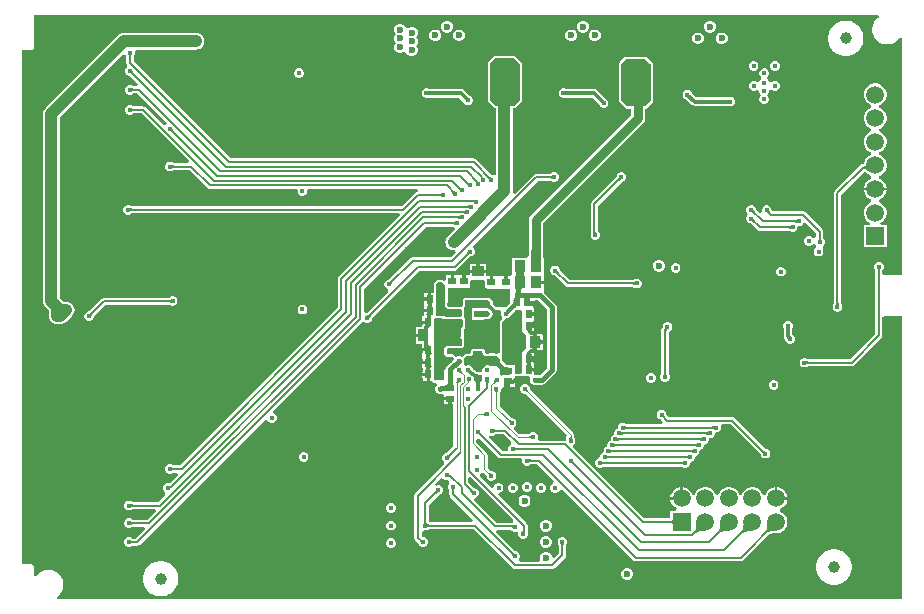
<source format=gbl>
G04*
G04 #@! TF.GenerationSoftware,Altium Limited,Altium Designer,23.7.1 (13)*
G04*
G04 Layer_Physical_Order=4*
G04 Layer_Color=16711680*
%FSLAX44Y44*%
%MOMM*%
G71*
G04*
G04 #@! TF.SameCoordinates,D2E7A544-C627-4BF8-9092-2E35ECC9D328*
G04*
G04*
G04 #@! TF.FilePolarity,Positive*
G04*
G01*
G75*
%ADD12C,0.2000*%
%ADD21R,0.6000X0.6400*%
%ADD31R,1.0000X0.9000*%
%ADD32C,0.4200*%
%ADD36R,0.9000X1.0000*%
%ADD37R,0.6400X0.6000*%
%ADD71C,1.0000*%
%ADD72C,0.3000*%
%ADD73C,0.4000*%
%ADD74C,0.5000*%
%ADD75C,0.1250*%
%ADD76C,1.0000*%
%ADD77C,0.6000*%
%ADD78C,1.5000*%
%ADD79R,1.5000X1.5000*%
%ADD80C,0.6000*%
%ADD81C,0.4000*%
%ADD82C,0.3500*%
%ADD83C,0.8000*%
G36*
X929381Y502401D02*
X929301Y502289D01*
X929230Y502162D01*
X929169Y502022D01*
X929118Y501868D01*
X929075Y501701D01*
X929042Y501519D01*
X929019Y501325D01*
X929005Y501116D01*
X929000Y500893D01*
X927000D01*
X926995Y501116D01*
X926958Y501519D01*
X926925Y501701D01*
X926882Y501868D01*
X926831Y502022D01*
X926770Y502162D01*
X926699Y502289D01*
X926619Y502401D01*
X926530Y502500D01*
X929470D01*
X929381Y502401D01*
D02*
G37*
G36*
X928054Y715451D02*
X927209Y714887D01*
X927032Y714709D01*
X926823Y714570D01*
X925430Y713177D01*
X925291Y712968D01*
X925113Y712791D01*
X924019Y711153D01*
X923923Y710921D01*
X923783Y710712D01*
X923029Y708892D01*
X922980Y708646D01*
X922884Y708414D01*
X922500Y706482D01*
Y706231D01*
X922451Y705985D01*
Y704015D01*
X922500Y703769D01*
Y703518D01*
X922884Y701586D01*
X922980Y701354D01*
X923029Y701108D01*
X923783Y699288D01*
X923923Y699079D01*
X924019Y698847D01*
X925113Y697209D01*
X925291Y697032D01*
X925430Y696823D01*
X926823Y695430D01*
X927032Y695291D01*
X927209Y695113D01*
X928847Y694019D01*
X929079Y693923D01*
X929288Y693783D01*
X931108Y693029D01*
X931354Y692980D01*
X931586Y692884D01*
X933518Y692500D01*
X933769D01*
X934015Y692451D01*
X935985D01*
X936231Y692500D01*
X936482D01*
X938414Y692884D01*
X938646Y692980D01*
X938892Y693029D01*
X940712Y693783D01*
X940921Y693923D01*
X941153Y694019D01*
X942791Y695113D01*
X942968Y695291D01*
X943177Y695430D01*
X944570Y696823D01*
X944709Y697032D01*
X944887Y697209D01*
X945451Y698054D01*
X947451Y697447D01*
X947451Y497549D01*
X934000D01*
X933025Y497355D01*
X931059Y498424D01*
Y501209D01*
X931059Y501215D01*
X931069Y501269D01*
X931070Y501272D01*
X931476Y501678D01*
X932100Y503185D01*
Y504816D01*
X931476Y506323D01*
X930322Y507476D01*
X928816Y508100D01*
X927185D01*
X925677Y507476D01*
X924524Y506323D01*
X923900Y504816D01*
Y503185D01*
X924524Y501678D01*
X924930Y501272D01*
X924931Y501269D01*
X924936Y501242D01*
X924941Y501181D01*
Y447267D01*
X903733Y426059D01*
X867791D01*
X867785Y426059D01*
X867731Y426069D01*
X867728Y426070D01*
X867322Y426476D01*
X865816Y427100D01*
X864184D01*
X862678Y426476D01*
X861524Y425322D01*
X860900Y423815D01*
Y422184D01*
X861524Y420677D01*
X862678Y419524D01*
X864184Y418900D01*
X865816D01*
X867322Y419524D01*
X867728Y419930D01*
X867731Y419931D01*
X867758Y419935D01*
X867819Y419941D01*
X905000D01*
X905000Y419941D01*
X906171Y420174D01*
X907163Y420837D01*
X930163Y443837D01*
X930163Y443837D01*
X930826Y444829D01*
X931059Y446000D01*
X931059Y446000D01*
Y461576D01*
X933025Y462645D01*
X934000Y462451D01*
X947451D01*
Y222549D01*
X232553D01*
X231946Y224549D01*
X232791Y225113D01*
X232968Y225291D01*
X233177Y225430D01*
X234570Y226823D01*
X234709Y227032D01*
X234887Y227209D01*
X235981Y228847D01*
X236077Y229079D01*
X236217Y229288D01*
X236971Y231108D01*
X237020Y231354D01*
X237116Y231586D01*
X237500Y233518D01*
Y233769D01*
X237549Y234015D01*
Y235985D01*
X237500Y236231D01*
Y236482D01*
X237116Y238414D01*
X237020Y238646D01*
X236971Y238892D01*
X236217Y240712D01*
X236077Y240921D01*
X235981Y241153D01*
X234887Y242791D01*
X234709Y242968D01*
X234570Y243177D01*
X233177Y244570D01*
X232968Y244709D01*
X232791Y244887D01*
X231153Y245981D01*
X230921Y246077D01*
X230712Y246217D01*
X228892Y246971D01*
X228646Y247020D01*
X228414Y247116D01*
X226482Y247500D01*
X226231D01*
X225985Y247549D01*
X224015D01*
X223769Y247500D01*
X223518D01*
X221586Y247116D01*
X221354Y247020D01*
X221108Y246971D01*
X219288Y246217D01*
X219079Y246077D01*
X218847Y245981D01*
X217209Y244887D01*
X217032Y244709D01*
X216823Y244570D01*
X215430Y243177D01*
X215291Y242968D01*
X215113Y242791D01*
X214549Y241946D01*
X212549Y242553D01*
Y250000D01*
X212355Y250975D01*
X211802Y251802D01*
X210975Y252355D01*
X210000Y252549D01*
X202549D01*
Y687451D01*
X210000D01*
X210975Y687645D01*
X211802Y688198D01*
X212355Y689025D01*
X212549Y690000D01*
Y717451D01*
X927447Y717451D01*
X928054Y715451D01*
D02*
G37*
G36*
X866599Y424381D02*
X866711Y424301D01*
X866838Y424230D01*
X866978Y424169D01*
X867132Y424118D01*
X867299Y424075D01*
X867481Y424042D01*
X867675Y424019D01*
X867884Y424005D01*
X868107Y424000D01*
Y422000D01*
X867884Y421995D01*
X867481Y421958D01*
X867299Y421925D01*
X867132Y421883D01*
X866978Y421831D01*
X866838Y421770D01*
X866711Y421699D01*
X866599Y421619D01*
X866500Y421530D01*
Y424470D01*
X866599Y424381D01*
D02*
G37*
%LPC*%
G36*
X785995Y712500D02*
X784005D01*
X782168Y711739D01*
X780761Y710332D01*
X780000Y708495D01*
Y706505D01*
X780761Y704668D01*
X782168Y703261D01*
X784005Y702500D01*
X785995D01*
X787832Y703261D01*
X789239Y704668D01*
X790000Y706505D01*
Y708495D01*
X789239Y710332D01*
X787832Y711739D01*
X785995Y712500D01*
D02*
G37*
G36*
X678495D02*
X676505D01*
X674668Y711739D01*
X673261Y710332D01*
X672500Y708495D01*
Y706505D01*
X673261Y704668D01*
X674668Y703261D01*
X676505Y702500D01*
X678495D01*
X680332Y703261D01*
X681739Y704668D01*
X682500Y706505D01*
Y708495D01*
X681739Y710332D01*
X680332Y711739D01*
X678495Y712500D01*
D02*
G37*
G36*
X563495D02*
X561505D01*
X559668Y711739D01*
X558261Y710332D01*
X557500Y708495D01*
Y706505D01*
X558261Y704668D01*
X559668Y703261D01*
X561505Y702500D01*
X563495D01*
X565332Y703261D01*
X566739Y704668D01*
X567500Y706505D01*
Y708495D01*
X566739Y710332D01*
X565332Y711739D01*
X563495Y712500D01*
D02*
G37*
G36*
X688495Y705000D02*
X686505D01*
X684668Y704239D01*
X683261Y702832D01*
X682500Y700995D01*
Y699005D01*
X683261Y697168D01*
X684668Y695761D01*
X686505Y695000D01*
X688495D01*
X690332Y695761D01*
X691739Y697168D01*
X692500Y699005D01*
Y700995D01*
X691739Y702832D01*
X690332Y704239D01*
X688495Y705000D01*
D02*
G37*
G36*
X668495D02*
X666505D01*
X664668Y704239D01*
X663261Y702832D01*
X662500Y700995D01*
Y699005D01*
X663261Y697168D01*
X664668Y695761D01*
X666505Y695000D01*
X668495D01*
X670332Y695761D01*
X671739Y697168D01*
X672500Y699005D01*
Y700995D01*
X671739Y702832D01*
X670332Y704239D01*
X668495Y705000D01*
D02*
G37*
G36*
X573495D02*
X571505D01*
X569668Y704239D01*
X568261Y702832D01*
X567500Y700995D01*
Y699005D01*
X568261Y697168D01*
X569668Y695761D01*
X571505Y695000D01*
X573495D01*
X575332Y695761D01*
X576739Y697168D01*
X577500Y699005D01*
Y700995D01*
X576739Y702832D01*
X575332Y704239D01*
X573495Y705000D01*
D02*
G37*
G36*
X553495D02*
X551506D01*
X549668Y704239D01*
X548261Y702832D01*
X547500Y700995D01*
Y699005D01*
X548261Y697168D01*
X549668Y695761D01*
X551506Y695000D01*
X553495D01*
X555332Y695761D01*
X556739Y697168D01*
X557500Y699005D01*
Y700995D01*
X556739Y702832D01*
X555332Y704239D01*
X553495Y705000D01*
D02*
G37*
G36*
X795995Y702500D02*
X794005D01*
X792168Y701739D01*
X790761Y700332D01*
X790000Y698495D01*
Y696505D01*
X790761Y694668D01*
X792168Y693261D01*
X794005Y692500D01*
X795995D01*
X797832Y693261D01*
X799239Y694668D01*
X800000Y696505D01*
Y698495D01*
X799239Y700332D01*
X797832Y701739D01*
X795995Y702500D01*
D02*
G37*
G36*
X775995D02*
X774005D01*
X772168Y701739D01*
X770761Y700332D01*
X770000Y698495D01*
Y696505D01*
X770761Y694668D01*
X772168Y693261D01*
X774005Y692500D01*
X775995D01*
X777832Y693261D01*
X779239Y694668D01*
X780000Y696505D01*
Y698495D01*
X779239Y700332D01*
X777832Y701739D01*
X775995Y702500D01*
D02*
G37*
G36*
X901477Y712500D02*
X898523D01*
X895625Y711924D01*
X892895Y710793D01*
X890438Y709151D01*
X888349Y707062D01*
X886707Y704605D01*
X885576Y701875D01*
X885000Y698977D01*
Y696023D01*
X885576Y693125D01*
X886707Y690395D01*
X888349Y687938D01*
X890438Y685849D01*
X892895Y684207D01*
X895625Y683076D01*
X898523Y682500D01*
X901477D01*
X904375Y683076D01*
X907105Y684207D01*
X909562Y685849D01*
X911651Y687938D01*
X913293Y690395D01*
X914424Y693125D01*
X915000Y696023D01*
Y698977D01*
X914424Y701875D01*
X913293Y704605D01*
X911651Y707062D01*
X909562Y709151D01*
X907105Y710793D01*
X904375Y711924D01*
X901477Y712500D01*
D02*
G37*
G36*
X523495Y710000D02*
X521505D01*
X519668Y709239D01*
X518261Y707832D01*
X517500Y705995D01*
Y704005D01*
X518261Y702168D01*
X519179Y701250D01*
X518261Y700332D01*
X517500Y698495D01*
Y696505D01*
X518261Y694668D01*
X519179Y693750D01*
X518261Y692832D01*
X517500Y690995D01*
Y689005D01*
X518261Y687168D01*
X519668Y685761D01*
X521505Y685000D01*
X523495D01*
X525332Y685761D01*
X525652Y686081D01*
X527911Y685512D01*
X528261Y684668D01*
X529668Y683261D01*
X531505Y682500D01*
X533495D01*
X535332Y683261D01*
X536739Y684668D01*
X537500Y686505D01*
Y688495D01*
X536739Y690332D01*
X535821Y691250D01*
X536739Y692168D01*
X537500Y694005D01*
Y695995D01*
X536739Y697832D01*
X535821Y698750D01*
X536739Y699668D01*
X537500Y701505D01*
Y703495D01*
X536739Y705332D01*
X535332Y706739D01*
X533495Y707500D01*
X531505D01*
X529668Y706739D01*
X529348Y706419D01*
X527089Y706988D01*
X526739Y707832D01*
X525332Y709239D01*
X523495Y710000D01*
D02*
G37*
G36*
X840816Y678100D02*
X839184D01*
X837678Y677476D01*
X836524Y676322D01*
X835900Y674816D01*
Y673185D01*
X836524Y671677D01*
X837678Y670524D01*
X839184Y669900D01*
X840816D01*
X842322Y670524D01*
X843476Y671677D01*
X844100Y673185D01*
Y674816D01*
X843476Y676322D01*
X842322Y677476D01*
X840816Y678100D01*
D02*
G37*
G36*
X822816D02*
X821184D01*
X819678Y677476D01*
X818524Y676322D01*
X817900Y674816D01*
Y673185D01*
X818524Y671677D01*
X819678Y670524D01*
X821184Y669900D01*
X822816D01*
X824323Y670524D01*
X825476Y671677D01*
X826100Y673185D01*
Y674816D01*
X825476Y676322D01*
X824323Y677476D01*
X822816Y678100D01*
D02*
G37*
G36*
X437816Y672100D02*
X436185D01*
X434678Y671476D01*
X433524Y670322D01*
X432900Y668816D01*
Y667185D01*
X433524Y665678D01*
X434678Y664524D01*
X436185Y663900D01*
X437816D01*
X439323Y664524D01*
X440476Y665678D01*
X441100Y667185D01*
Y668816D01*
X440476Y670322D01*
X439323Y671476D01*
X437816Y672100D01*
D02*
G37*
G36*
X831815D02*
X830184D01*
X828678Y671476D01*
X827524Y670322D01*
X826900Y668816D01*
Y667185D01*
X827524Y665678D01*
X827895Y665307D01*
X828454Y664000D01*
X827895Y662693D01*
X827524Y662322D01*
X827167Y661460D01*
X825391Y660860D01*
X824924Y660874D01*
X824822Y660976D01*
X823316Y661600D01*
X821684D01*
X820178Y660976D01*
X819024Y659822D01*
X818400Y658316D01*
Y656684D01*
X819024Y655178D01*
X820178Y654024D01*
X821684Y653400D01*
X823316D01*
X824822Y654024D01*
X825052Y654254D01*
X825287Y654198D01*
X826900Y653273D01*
Y652184D01*
X827449Y650860D01*
X827524Y650677D01*
X827525Y650677D01*
X828654Y649500D01*
X827525Y648323D01*
X827524Y648323D01*
X827449Y648140D01*
X826900Y646815D01*
Y645184D01*
X827524Y643678D01*
X828678Y642524D01*
X830184Y641900D01*
X831815D01*
X833322Y642524D01*
X834476Y643678D01*
X835100Y645184D01*
Y646815D01*
X834551Y648140D01*
X834476Y648323D01*
X834475Y648323D01*
X833346Y649500D01*
X834475Y650677D01*
X834476Y650677D01*
X834551Y650860D01*
X835100Y652184D01*
Y653788D01*
X835184Y653867D01*
X836825Y654876D01*
X837678Y654024D01*
X839184Y653400D01*
X840816D01*
X842322Y654024D01*
X843476Y655178D01*
X844100Y656684D01*
Y658316D01*
X843476Y659822D01*
X842322Y660976D01*
X840816Y661600D01*
X839184D01*
X837678Y660976D01*
X837100Y660398D01*
X835976Y660633D01*
X835018Y661014D01*
X834476Y662322D01*
X834105Y662693D01*
X833547Y664000D01*
X834105Y665307D01*
X834476Y665678D01*
X835100Y667185D01*
Y668816D01*
X834476Y670322D01*
X833322Y671476D01*
X831815Y672100D01*
D02*
G37*
G36*
X350000Y702060D02*
X289000D01*
X287173Y701820D01*
X285470Y701115D01*
X284008Y699993D01*
X222508Y638492D01*
X221385Y637030D01*
X220680Y635327D01*
X220440Y633500D01*
Y475000D01*
X220680Y473173D01*
X221385Y471470D01*
X222508Y470008D01*
X225440Y467076D01*
Y462500D01*
X225680Y460673D01*
X226385Y458970D01*
X227507Y457508D01*
X228970Y456385D01*
X230673Y455680D01*
X232500Y455440D01*
X235000D01*
X236827Y455680D01*
X238530Y456385D01*
X239992Y457508D01*
X244992Y462508D01*
X246115Y463970D01*
X246820Y465673D01*
X247060Y467500D01*
X246820Y469327D01*
X246115Y471030D01*
X244992Y472492D01*
X243530Y473615D01*
X241827Y474320D01*
X240000Y474560D01*
X237924D01*
X234560Y477924D01*
Y630575D01*
X287979Y683994D01*
X288216Y684017D01*
X290222Y683408D01*
X290524Y682678D01*
X290930Y682272D01*
X290931Y682269D01*
X290935Y682242D01*
X290941Y682181D01*
Y677000D01*
X290941Y677000D01*
X291174Y675829D01*
X291382Y675518D01*
X291575Y674187D01*
X291024Y672822D01*
X290524Y672322D01*
X289900Y670816D01*
Y669184D01*
X290524Y667678D01*
X291677Y666524D01*
X293185Y665900D01*
X293758D01*
X293761Y665898D01*
X293783Y665883D01*
X293831Y665844D01*
X300616Y659059D01*
X299787Y657059D01*
X296791D01*
X296785Y657059D01*
X296731Y657069D01*
X296728Y657070D01*
X296322Y657476D01*
X294816Y658100D01*
X293185D01*
X291677Y657476D01*
X290524Y656322D01*
X289900Y654816D01*
Y653184D01*
X290524Y651677D01*
X291677Y650524D01*
X293185Y649900D01*
X294816D01*
X296322Y650524D01*
X296728Y650930D01*
X296731Y650931D01*
X296758Y650936D01*
X296819Y650941D01*
X300168D01*
X324939Y626170D01*
X324770Y623925D01*
X322665Y623661D01*
X307163Y639163D01*
X306171Y639826D01*
X305000Y640059D01*
X305000Y640059D01*
X296791D01*
X296785Y640060D01*
X296731Y640069D01*
X296728Y640070D01*
X296322Y640476D01*
X294816Y641100D01*
X293185D01*
X291677Y640476D01*
X290524Y639322D01*
X289900Y637816D01*
Y636185D01*
X290524Y634678D01*
X291677Y633524D01*
X293185Y632900D01*
X294816D01*
X296322Y633524D01*
X296728Y633930D01*
X296731Y633931D01*
X296758Y633936D01*
X296819Y633941D01*
X303733D01*
X343768Y593907D01*
X343002Y592059D01*
X330791D01*
X330785Y592060D01*
X330731Y592069D01*
X330728Y592070D01*
X330322Y592476D01*
X328815Y593100D01*
X327184D01*
X325678Y592476D01*
X324524Y591322D01*
X323900Y589815D01*
Y588184D01*
X324524Y586678D01*
X325678Y585524D01*
X327184Y584900D01*
X328815D01*
X330322Y585524D01*
X330728Y585930D01*
X330731Y585931D01*
X330758Y585936D01*
X330819Y585941D01*
X344733D01*
X359837Y570837D01*
X360830Y570174D01*
X362000Y569941D01*
X362000Y569941D01*
X435148D01*
X435900Y568815D01*
Y567184D01*
X436524Y565678D01*
X437678Y564524D01*
X439184Y563900D01*
X440816D01*
X442323Y564524D01*
X443476Y565678D01*
X444100Y567184D01*
Y568815D01*
X444852Y569941D01*
X537212D01*
X537409Y567941D01*
X536829Y567826D01*
X535837Y567163D01*
X524233Y555559D01*
X295291D01*
X295285Y555560D01*
X295231Y555569D01*
X295228Y555570D01*
X294822Y555976D01*
X293316Y556600D01*
X291684D01*
X290178Y555976D01*
X289024Y554823D01*
X288400Y553316D01*
Y551684D01*
X289024Y550178D01*
X290178Y549024D01*
X291684Y548400D01*
X293316D01*
X294822Y549024D01*
X295228Y549430D01*
X295231Y549431D01*
X295258Y549436D01*
X295319Y549441D01*
X521532D01*
X522297Y547593D01*
X470837Y496133D01*
X470174Y495141D01*
X469941Y493970D01*
X469941Y493970D01*
Y469267D01*
X336733Y336059D01*
X330791D01*
X330785Y336059D01*
X330731Y336069D01*
X330728Y336070D01*
X330322Y336476D01*
X328815Y337100D01*
X327184D01*
X325678Y336476D01*
X324524Y335322D01*
X323900Y333815D01*
Y332184D01*
X324524Y330677D01*
X325678Y329524D01*
X327184Y328900D01*
X328815D01*
X330322Y329524D01*
X330728Y329930D01*
X330731Y329931D01*
X330758Y329935D01*
X330819Y329941D01*
X334002D01*
X334768Y328093D01*
X327493Y320819D01*
X326816Y321100D01*
X325185D01*
X323678Y320476D01*
X322524Y319322D01*
X321900Y317815D01*
Y316185D01*
X322524Y314678D01*
X323524Y313678D01*
X323693Y313389D01*
X323929Y311255D01*
X317733Y305059D01*
X295791D01*
X295785Y305060D01*
X295731Y305069D01*
X295728Y305070D01*
X295322Y305476D01*
X293815Y306100D01*
X292185D01*
X290678Y305476D01*
X289524Y304322D01*
X288900Y302815D01*
Y301185D01*
X289524Y299678D01*
X290678Y298524D01*
X292185Y297900D01*
X293815D01*
X295322Y298524D01*
X295728Y298930D01*
X295731Y298931D01*
X295758Y298936D01*
X295819Y298941D01*
X315002D01*
X315768Y297094D01*
X308733Y290059D01*
X295791D01*
X295785Y290060D01*
X295731Y290069D01*
X295728Y290070D01*
X295322Y290476D01*
X293815Y291100D01*
X292185D01*
X290678Y290476D01*
X289524Y289322D01*
X288900Y287816D01*
Y286185D01*
X289524Y284678D01*
X290678Y283524D01*
X292185Y282900D01*
X293815D01*
X295322Y283524D01*
X295728Y283930D01*
X295731Y283931D01*
X295758Y283936D01*
X295819Y283941D01*
X306002D01*
X306768Y282094D01*
X298733Y274059D01*
X295791D01*
X295785Y274060D01*
X295731Y274069D01*
X295728Y274070D01*
X295322Y274476D01*
X293815Y275100D01*
X292185D01*
X290678Y274476D01*
X289524Y273322D01*
X288900Y271815D01*
Y270184D01*
X289524Y268678D01*
X290678Y267524D01*
X292185Y266900D01*
X293815D01*
X295322Y267524D01*
X295728Y267930D01*
X295731Y267931D01*
X295758Y267936D01*
X295819Y267941D01*
X300000D01*
X300000Y267941D01*
X301171Y268174D01*
X302163Y268837D01*
X408052Y374726D01*
X410321Y374167D01*
X410524Y373678D01*
X411678Y372524D01*
X413185Y371900D01*
X414816D01*
X416323Y372524D01*
X417476Y373678D01*
X418100Y375185D01*
Y376816D01*
X417476Y378322D01*
X416323Y379476D01*
X415833Y379679D01*
X415274Y381948D01*
X490350Y457024D01*
X492678Y457524D01*
X494184Y456900D01*
X495816D01*
X497322Y457524D01*
X498476Y458677D01*
X499100Y460184D01*
Y460758D01*
X499102Y460761D01*
X499117Y460783D01*
X499156Y460830D01*
X539267Y500941D01*
X569000D01*
X569000Y500941D01*
X570171Y501174D01*
X571163Y501837D01*
X582189Y512863D01*
X582194Y512867D01*
X582239Y512898D01*
X582242Y512900D01*
X582816D01*
X584323Y513524D01*
X585476Y514678D01*
X586100Y516185D01*
Y517816D01*
X585476Y519323D01*
X584323Y520476D01*
X584070Y521744D01*
X639267Y576941D01*
X650209D01*
X650215Y576940D01*
X650269Y576931D01*
X650272Y576930D01*
X650677Y576524D01*
X652184Y575900D01*
X653816D01*
X655322Y576524D01*
X656476Y577678D01*
X657100Y579184D01*
Y580816D01*
X656476Y582323D01*
X655322Y583476D01*
X653816Y584100D01*
X652184D01*
X650677Y583476D01*
X650272Y583070D01*
X650269Y583069D01*
X650242Y583064D01*
X650181Y583059D01*
X638000D01*
X636829Y582826D01*
X635837Y582163D01*
X635837Y582163D01*
X619836Y566161D01*
X617941Y567095D01*
X618060Y568000D01*
Y638461D01*
X619000D01*
X619780Y638616D01*
X620442Y639058D01*
X620442Y639058D01*
X625442Y644058D01*
X625884Y644720D01*
X626039Y645500D01*
Y675500D01*
X625884Y676280D01*
X625442Y676942D01*
X625442Y676942D01*
X620442Y681942D01*
X619780Y682384D01*
X619000Y682539D01*
X603000D01*
X603000Y682539D01*
X602220Y682384D01*
X601558Y681942D01*
X601558Y681942D01*
X597558Y677942D01*
X597116Y677280D01*
X596961Y676500D01*
Y645500D01*
X596961Y645500D01*
X597116Y644720D01*
X597558Y644058D01*
X602558Y639058D01*
X602558Y639058D01*
X603220Y638616D01*
X603940Y638473D01*
Y582687D01*
X603288Y582199D01*
X601940Y581634D01*
X600816Y582100D01*
X600242D01*
X600239Y582102D01*
X600217Y582117D01*
X600169Y582156D01*
X587163Y595163D01*
X586171Y595826D01*
X585000Y596059D01*
X585000Y596059D01*
X379267D01*
X297059Y678267D01*
Y682209D01*
X297059Y682215D01*
X297069Y682269D01*
X297070Y682272D01*
X297476Y682678D01*
X298100Y684184D01*
Y685816D01*
X298049Y685940D01*
X299385Y687940D01*
X350000D01*
X351827Y688180D01*
X353530Y688885D01*
X354992Y690008D01*
X356115Y691470D01*
X356820Y693173D01*
X357060Y695000D01*
X356820Y696827D01*
X356115Y698530D01*
X354992Y699993D01*
X353530Y701115D01*
X351827Y701820D01*
X350000Y702060D01*
D02*
G37*
G36*
X545816Y655100D02*
X544184D01*
X542678Y654476D01*
X541524Y653322D01*
X540900Y651815D01*
Y650184D01*
X541524Y648678D01*
X542678Y647524D01*
X544184Y646900D01*
X545816D01*
X547098Y647431D01*
X572522D01*
X575993Y643960D01*
X576524Y642678D01*
X577678Y641524D01*
X579184Y640900D01*
X580816D01*
X582323Y641524D01*
X583476Y642678D01*
X584100Y644184D01*
Y645816D01*
X583476Y647322D01*
X582323Y648476D01*
X581040Y649007D01*
X576523Y653523D01*
X575366Y654297D01*
X574000Y654569D01*
X547098D01*
X545816Y655100D01*
D02*
G37*
G36*
X766815Y654100D02*
X765184D01*
X763678Y653476D01*
X762524Y652322D01*
X761900Y650816D01*
Y649184D01*
X762524Y647678D01*
X763678Y646524D01*
X764960Y645993D01*
X769477Y641477D01*
X770634Y640703D01*
X772000Y640431D01*
X799902D01*
X801184Y639900D01*
X802815D01*
X804322Y640524D01*
X805476Y641678D01*
X806100Y643185D01*
Y644816D01*
X805476Y646322D01*
X804322Y647476D01*
X802815Y648100D01*
X801184D01*
X799902Y647569D01*
X773478D01*
X770007Y651040D01*
X769476Y652322D01*
X768322Y653476D01*
X766815Y654100D01*
D02*
G37*
G36*
X661815Y655100D02*
X660184D01*
X658678Y654476D01*
X657524Y653322D01*
X656900Y651815D01*
Y650184D01*
X657524Y648678D01*
X658678Y647524D01*
X660184Y646900D01*
X661815D01*
X663098Y647431D01*
X685697D01*
X690900Y642229D01*
Y641684D01*
X691524Y640178D01*
X692678Y639024D01*
X694184Y638400D01*
X695816D01*
X697322Y639024D01*
X698476Y640178D01*
X699100Y641684D01*
Y643316D01*
X698476Y644822D01*
X697322Y645976D01*
X697069Y646081D01*
X696923Y646299D01*
X689699Y653523D01*
X688541Y654297D01*
X687175Y654569D01*
X663098D01*
X661815Y655100D01*
D02*
G37*
G36*
X926251Y659500D02*
X923749D01*
X921333Y658853D01*
X919167Y657602D01*
X917398Y655833D01*
X916147Y653667D01*
X915500Y651251D01*
Y648749D01*
X916147Y646333D01*
X917398Y644167D01*
X919167Y642398D01*
X921333Y641148D01*
X921752Y641035D01*
Y638965D01*
X921333Y638853D01*
X919167Y637602D01*
X917398Y635833D01*
X916147Y633667D01*
X915500Y631251D01*
Y628749D01*
X916147Y626333D01*
X917398Y624167D01*
X919167Y622398D01*
X921333Y621147D01*
X921752Y621035D01*
Y618965D01*
X921333Y618853D01*
X919167Y617602D01*
X917398Y615833D01*
X916147Y613667D01*
X915500Y611251D01*
Y608749D01*
X916147Y606333D01*
X917398Y604167D01*
X919167Y602398D01*
X921333Y601147D01*
X921752Y601035D01*
Y598965D01*
X921333Y598853D01*
X919167Y597602D01*
X917398Y595833D01*
X916147Y593667D01*
X915863Y592605D01*
X915784Y592457D01*
X915647Y592004D01*
X915526Y591706D01*
X915407Y591486D01*
X915299Y591334D01*
X915205Y591235D01*
X915122Y591171D01*
X915037Y591125D01*
X914929Y591086D01*
X914792Y591059D01*
X914568D01*
X914454Y591036D01*
X914444Y591035D01*
X914423Y591030D01*
X913398Y590826D01*
X912405Y590163D01*
X890837Y568595D01*
X890174Y567602D01*
X889941Y566432D01*
X889941Y566432D01*
Y472791D01*
X889940Y472785D01*
X889931Y472731D01*
X889930Y472728D01*
X889524Y472322D01*
X888900Y470816D01*
Y469184D01*
X889524Y467678D01*
X890677Y466524D01*
X892184Y465900D01*
X893816D01*
X895322Y466524D01*
X896476Y467678D01*
X897100Y469184D01*
Y470816D01*
X896476Y472322D01*
X896070Y472728D01*
X896069Y472731D01*
X896065Y472758D01*
X896059Y472819D01*
Y565165D01*
X915705Y584811D01*
X916052Y584703D01*
X916416Y584556D01*
X916783Y584372D01*
X917154Y584148D01*
X917530Y583881D01*
X917912Y583570D01*
X918341Y583171D01*
X918480Y583085D01*
X919167Y582398D01*
X921333Y581147D01*
X921752Y581035D01*
Y578965D01*
X921333Y578853D01*
X919167Y577602D01*
X917398Y575833D01*
X916147Y573667D01*
X915500Y571251D01*
Y571000D01*
X925000D01*
X934500D01*
Y571251D01*
X933853Y573667D01*
X932602Y575833D01*
X930833Y577602D01*
X928667Y578853D01*
X928248Y578965D01*
Y581035D01*
X928667Y581147D01*
X930833Y582398D01*
X932602Y584167D01*
X933853Y586333D01*
X934500Y588749D01*
Y591251D01*
X933853Y593667D01*
X932602Y595833D01*
X930833Y597602D01*
X928667Y598853D01*
X928248Y598965D01*
Y601035D01*
X928667Y601147D01*
X930833Y602398D01*
X932602Y604167D01*
X933853Y606333D01*
X934500Y608749D01*
Y611251D01*
X933853Y613667D01*
X932602Y615833D01*
X930833Y617602D01*
X928667Y618853D01*
X928248Y618965D01*
Y621035D01*
X928667Y621147D01*
X930833Y622398D01*
X932602Y624167D01*
X933853Y626333D01*
X934500Y628749D01*
Y631251D01*
X933853Y633667D01*
X932602Y635833D01*
X930833Y637602D01*
X928667Y638853D01*
X928248Y638965D01*
Y641035D01*
X928667Y641148D01*
X930833Y642398D01*
X932602Y644167D01*
X933853Y646333D01*
X934500Y648749D01*
Y651251D01*
X933853Y653667D01*
X932602Y655833D01*
X930833Y657602D01*
X928667Y658853D01*
X926251Y659500D01*
D02*
G37*
G36*
X820816Y556600D02*
X819184D01*
X817678Y555976D01*
X816524Y554823D01*
X815900Y553316D01*
Y551684D01*
X816524Y550178D01*
X816645Y550057D01*
X817498Y548750D01*
X816645Y547443D01*
X816524Y547323D01*
X815900Y545816D01*
Y544184D01*
X816524Y542678D01*
X817678Y541524D01*
X819184Y540900D01*
X819758D01*
X819761Y540898D01*
X819783Y540883D01*
X819831Y540844D01*
X825337Y535337D01*
X825337Y535337D01*
X826329Y534674D01*
X827500Y534441D01*
X852209D01*
X852215Y534440D01*
X852269Y534431D01*
X852272Y534430D01*
X852678Y534024D01*
X854184Y533400D01*
X855816D01*
X857322Y534024D01*
X858476Y535177D01*
X859100Y536684D01*
X859181Y538320D01*
X860816Y538400D01*
X862322Y539024D01*
X863476Y540178D01*
X863825Y541021D01*
X865638Y541623D01*
X866068Y541606D01*
X874941Y532733D01*
Y529697D01*
X874354Y529014D01*
X874004Y528885D01*
X871910Y528889D01*
X871322Y529476D01*
X869816Y530100D01*
X868184D01*
X866677Y529476D01*
X865524Y528322D01*
X864900Y526815D01*
Y525184D01*
X865524Y523677D01*
X866677Y522524D01*
X868184Y521900D01*
X869816D01*
X871322Y522524D01*
X872101Y523302D01*
X873735Y523253D01*
X874375Y523037D01*
X874524Y522677D01*
X874595Y522607D01*
X874677Y520486D01*
X874395Y520193D01*
X873524Y519323D01*
X872900Y517816D01*
Y516185D01*
X873524Y514678D01*
X874678Y513524D01*
X876184Y512900D01*
X877815D01*
X879322Y513524D01*
X880476Y514678D01*
X881100Y516185D01*
Y517816D01*
X880476Y519323D01*
X880405Y519394D01*
X880323Y521514D01*
X880605Y521807D01*
X881476Y522677D01*
X882100Y524184D01*
Y525816D01*
X881476Y527322D01*
X881070Y527728D01*
X881069Y527731D01*
X881065Y527758D01*
X881059Y527819D01*
Y534000D01*
X881059Y534000D01*
X880826Y535171D01*
X880163Y536163D01*
X880163Y536163D01*
X866163Y550163D01*
X865171Y550826D01*
X864000Y551059D01*
X864000Y551059D01*
X838267D01*
X837137Y552189D01*
X837133Y552194D01*
X837102Y552239D01*
X837100Y552242D01*
Y552816D01*
X836476Y554322D01*
X835322Y555476D01*
X833816Y556100D01*
X832185D01*
X830678Y555476D01*
X829524Y554322D01*
X828900Y552816D01*
Y551184D01*
X829204Y550450D01*
X827509Y549317D01*
X824137Y552689D01*
X824133Y552694D01*
X824102Y552739D01*
X824100Y552742D01*
Y553316D01*
X823476Y554823D01*
X822322Y555976D01*
X820816Y556600D01*
D02*
G37*
G36*
X710816Y584100D02*
X709184D01*
X707678Y583476D01*
X706524Y582323D01*
X705900Y580816D01*
Y580242D01*
X705898Y580239D01*
X705883Y580217D01*
X705844Y580169D01*
X684837Y559163D01*
X684174Y558171D01*
X683941Y557000D01*
X683941Y557000D01*
Y532595D01*
X683941Y532595D01*
X683972Y532442D01*
X683975Y531996D01*
X683900Y531815D01*
Y530185D01*
X684524Y528678D01*
X685677Y527524D01*
X687185Y526900D01*
X688816D01*
X690322Y527524D01*
X691476Y528678D01*
X692100Y530185D01*
Y531815D01*
X691476Y533322D01*
X690322Y534476D01*
X690059Y534585D01*
Y555733D01*
X710189Y575863D01*
X710194Y575867D01*
X710239Y575898D01*
X710242Y575900D01*
X710816D01*
X712322Y576524D01*
X713476Y577678D01*
X714100Y579184D01*
Y580816D01*
X713476Y582323D01*
X712322Y583476D01*
X710816Y584100D01*
D02*
G37*
G36*
X934500Y569000D02*
X925000D01*
X915500D01*
Y568749D01*
X916147Y566333D01*
X917398Y564167D01*
X919167Y562398D01*
X921333Y561147D01*
X921752Y561035D01*
Y558965D01*
X921333Y558853D01*
X919167Y557602D01*
X917398Y555833D01*
X916147Y553667D01*
X915500Y551251D01*
Y548749D01*
X916147Y546333D01*
X917398Y544167D01*
X919167Y542398D01*
X920723Y541500D01*
X920187Y539500D01*
X915500D01*
Y520500D01*
X934500D01*
Y539500D01*
X929813D01*
X929277Y541500D01*
X930833Y542398D01*
X932602Y544167D01*
X933853Y546333D01*
X934500Y548749D01*
Y551251D01*
X933853Y553667D01*
X932602Y555833D01*
X930833Y557602D01*
X928667Y558853D01*
X928248Y558965D01*
Y561035D01*
X928667Y561147D01*
X930833Y562398D01*
X932602Y564167D01*
X933853Y566333D01*
X934500Y568749D01*
Y569000D01*
D02*
G37*
G36*
X595500Y506750D02*
X590000D01*
Y501750D01*
X595500D01*
Y506750D01*
D02*
G37*
G36*
X587000D02*
X581500D01*
Y501750D01*
X587000D01*
Y506750D01*
D02*
G37*
G36*
X742995Y510000D02*
X741005D01*
X739168Y509239D01*
X737761Y507832D01*
X737000Y505995D01*
Y504005D01*
X737761Y502168D01*
X739168Y500761D01*
X741005Y500000D01*
X742995D01*
X744832Y500761D01*
X746239Y502168D01*
X747000Y504005D01*
Y505995D01*
X746239Y507832D01*
X744832Y509239D01*
X742995Y510000D01*
D02*
G37*
G36*
X756796Y507000D02*
X755204D01*
X753734Y506391D01*
X752609Y505266D01*
X752000Y503796D01*
Y502204D01*
X752609Y500734D01*
X753734Y499609D01*
X755204Y499000D01*
X756796D01*
X758266Y499609D01*
X759391Y500734D01*
X760000Y502204D01*
Y503796D01*
X759391Y505266D01*
X758266Y506391D01*
X756796Y507000D01*
D02*
G37*
G36*
X845796Y504000D02*
X844204D01*
X842734Y503391D01*
X841609Y502266D01*
X841000Y500796D01*
Y499204D01*
X841609Y497734D01*
X842734Y496609D01*
X844204Y496000D01*
X845796D01*
X847266Y496609D01*
X848391Y497734D01*
X849000Y499204D01*
Y500796D01*
X848391Y502266D01*
X847266Y503391D01*
X845796Y504000D01*
D02*
G37*
G36*
X714000Y682039D02*
X713220Y681884D01*
X712558Y681442D01*
X712558Y681442D01*
X708558Y677442D01*
X708116Y676780D01*
X707961Y676000D01*
Y645000D01*
X707961Y645000D01*
X708116Y644220D01*
X708558Y643558D01*
X713558Y638558D01*
X713558Y638558D01*
X714220Y638116D01*
X715000Y637961D01*
X717883D01*
Y632534D01*
X633424Y548076D01*
X632098Y546091D01*
X631632Y543750D01*
Y513634D01*
X631212Y512856D01*
X630124Y512000D01*
X629250Y512000D01*
X617750D01*
Y500074D01*
X617741Y500031D01*
X617750Y499987D01*
Y498172D01*
X617640Y497818D01*
X616785Y496400D01*
X615943Y496400D01*
X613500D01*
Y496280D01*
X613770D01*
X613774Y495917D01*
X613836Y495057D01*
X613873Y494847D01*
X613918Y494675D01*
X613972Y494542D01*
X614033Y494446D01*
X614103Y494389D01*
X614181Y494370D01*
X613500D01*
Y491400D01*
X610500D01*
Y494370D01*
X610360D01*
X610438Y494389D01*
X610500Y494440D01*
Y496400D01*
X606800D01*
X606800Y496400D01*
X605200D01*
Y496400D01*
X604800Y496400D01*
X601500D01*
Y491400D01*
X598500D01*
Y496400D01*
X595500D01*
Y498750D01*
X588500D01*
X581500D01*
Y497400D01*
X578500D01*
Y492400D01*
X575500D01*
Y497400D01*
X568500D01*
Y492400D01*
X565500D01*
Y497400D01*
X561800D01*
Y492697D01*
X559952Y491932D01*
X559442Y492442D01*
X558780Y492884D01*
X558000Y493039D01*
X555000D01*
X554220Y492884D01*
X553558Y492442D01*
X551558Y490442D01*
X551116Y489780D01*
X550961Y489000D01*
Y482200D01*
X549100D01*
Y477000D01*
X547600D01*
Y475500D01*
X542600D01*
Y471800D01*
Y468500D01*
X547600D01*
Y465500D01*
X542600D01*
Y462200D01*
X541600D01*
Y458500D01*
X546600D01*
Y455500D01*
X541600D01*
Y453000D01*
X535750D01*
Y447500D01*
X542250D01*
Y444500D01*
X535750D01*
Y439000D01*
X541600D01*
Y435500D01*
X546600D01*
Y432500D01*
X541600D01*
Y428800D01*
X541600D01*
Y428200D01*
X541600D01*
Y424500D01*
X546600D01*
Y421500D01*
X541600D01*
Y417800D01*
Y414500D01*
X546600D01*
Y413000D01*
X548100D01*
Y407800D01*
X549680D01*
X549716Y407620D01*
X550158Y406958D01*
X550558Y406558D01*
X551220Y406116D01*
X552000Y405961D01*
X553480D01*
X554024Y405124D01*
X554153Y404664D01*
X554163Y403961D01*
X553029Y402827D01*
X552405Y401320D01*
Y399689D01*
X553029Y398182D01*
X554182Y397029D01*
X555689Y396405D01*
X557320D01*
X557800Y396604D01*
X557995Y396584D01*
X559800Y395389D01*
Y394100D01*
X565000D01*
Y392600D01*
X566500D01*
Y387600D01*
X567824D01*
Y352149D01*
X562311Y346637D01*
X562306Y346633D01*
X562261Y346602D01*
X562258Y346600D01*
X561684D01*
X560177Y345976D01*
X559024Y344822D01*
X558400Y343316D01*
Y341684D01*
X559024Y340178D01*
X559774Y339428D01*
X560213Y337039D01*
X535587Y312413D01*
X534924Y311420D01*
X534691Y310250D01*
X534691Y310250D01*
Y274750D01*
X534691Y274750D01*
X534924Y273580D01*
X535587Y272587D01*
X537826Y270348D01*
X537900Y270256D01*
Y270184D01*
X538524Y268678D01*
X539678Y267524D01*
X541185Y266900D01*
X542816D01*
X544323Y267524D01*
X545476Y268678D01*
X546100Y270184D01*
Y271815D01*
X545476Y273322D01*
X544323Y274476D01*
X542816Y275100D01*
X541726D01*
X540809Y276017D01*
Y279780D01*
X542809Y281056D01*
X543185Y280900D01*
X544815D01*
X546323Y281524D01*
X546728Y281930D01*
X546731Y281931D01*
X546758Y281936D01*
X546819Y281941D01*
X584983D01*
X617837Y249087D01*
X618829Y248424D01*
X620000Y248191D01*
X651250D01*
X651250Y248191D01*
X652421Y248424D01*
X653413Y249087D01*
X662163Y257837D01*
X662826Y258829D01*
X663059Y260000D01*
X663059Y260000D01*
Y268402D01*
X663391Y268734D01*
X664000Y270204D01*
Y271796D01*
X663391Y273266D01*
X662266Y274391D01*
X660796Y275000D01*
X659204D01*
X657734Y274391D01*
X656609Y273266D01*
X656000Y271796D01*
Y270204D01*
X656609Y268734D01*
X656940Y268403D01*
X656941Y268388D01*
Y261267D01*
X653000Y257326D01*
X651000Y258154D01*
Y258995D01*
X650239Y260832D01*
X648832Y262239D01*
X646995Y263000D01*
X645005D01*
X643168Y262239D01*
X641761Y260832D01*
X641000Y258995D01*
Y257005D01*
X641289Y256309D01*
X640007Y254309D01*
X623936D01*
X623107Y256309D01*
X623476Y256677D01*
X624100Y258184D01*
Y259816D01*
X623476Y261322D01*
X622323Y262476D01*
X620816Y263100D01*
X620242D01*
X620239Y263102D01*
X620217Y263117D01*
X620169Y263156D01*
X603820Y279506D01*
X604649Y281506D01*
X616696D01*
X617678Y280524D01*
X619184Y279900D01*
X620816D01*
X621261Y280084D01*
X622211Y279349D01*
X622900Y278599D01*
Y277185D01*
X623524Y275678D01*
X624678Y274524D01*
X626184Y273900D01*
X627816D01*
X629322Y274524D01*
X630476Y275678D01*
X631100Y277185D01*
Y278815D01*
X630598Y280027D01*
X630576Y280124D01*
X630574Y280138D01*
X630559Y280345D01*
Y285000D01*
X630326Y286171D01*
X629663Y287163D01*
X619663Y297163D01*
X619663Y297163D01*
X605926Y310900D01*
X606754Y312900D01*
X606816D01*
X608322Y313524D01*
X609476Y314678D01*
X610100Y316185D01*
Y317816D01*
X609476Y319322D01*
X608322Y320476D01*
X606816Y321100D01*
X605185D01*
X603678Y320476D01*
X602524Y319322D01*
X601900Y317816D01*
Y317754D01*
X599900Y316926D01*
X590147Y326679D01*
X590248Y328999D01*
X590926Y329678D01*
X593222Y329994D01*
X595818Y327397D01*
X595819Y327394D01*
X595829Y327361D01*
X595840Y327311D01*
X595851Y327241D01*
X595858Y327151D01*
X595861Y326982D01*
X595900Y326805D01*
Y326185D01*
X596524Y324678D01*
X597677Y323524D01*
X599184Y322900D01*
X600816D01*
X602322Y323524D01*
X603476Y324678D01*
X604100Y326185D01*
Y327816D01*
X603476Y329323D01*
X602322Y330476D01*
X600816Y331100D01*
X600195D01*
X600018Y331139D01*
X599849Y331142D01*
X599759Y331149D01*
X599689Y331160D01*
X599639Y331171D01*
X599605Y331181D01*
X599603Y331182D01*
X596676Y334109D01*
Y345000D01*
X596473Y346024D01*
X595892Y346893D01*
X595892Y346893D01*
X586676Y356109D01*
Y357134D01*
X588450Y358906D01*
X589774Y358900D01*
X605837Y342837D01*
X606829Y342174D01*
X608000Y341941D01*
X608000Y341941D01*
X625148D01*
X625900Y340816D01*
Y339184D01*
X626524Y337678D01*
X627678Y336524D01*
X629184Y335900D01*
X630816D01*
X632323Y336524D01*
X632728Y336930D01*
X632731Y336931D01*
X632758Y336936D01*
X632819Y336941D01*
X638733D01*
X652727Y322948D01*
X652167Y320679D01*
X651677Y320476D01*
X650524Y319322D01*
X649900Y317815D01*
Y316185D01*
X650524Y314678D01*
X651677Y313524D01*
X653184Y312900D01*
X654816D01*
X656322Y313524D01*
X657476Y314678D01*
X657679Y315167D01*
X659948Y315727D01*
X719837Y255837D01*
X720829Y255174D01*
X722000Y254941D01*
X811000D01*
X811000Y254941D01*
X812170Y255174D01*
X813163Y255837D01*
X834827Y277501D01*
X834851Y277521D01*
X835082Y277664D01*
X835429Y277822D01*
X835891Y277980D01*
X836468Y278125D01*
X837153Y278249D01*
X837922Y278345D01*
X839841Y278456D01*
X840935Y278461D01*
X841125Y278500D01*
X842251D01*
X844667Y279147D01*
X846833Y280398D01*
X848602Y282167D01*
X849853Y284333D01*
X850500Y286749D01*
Y289251D01*
X849853Y291667D01*
X848602Y293833D01*
X846833Y295602D01*
X844667Y296852D01*
X844248Y296965D01*
Y299035D01*
X844667Y299147D01*
X846833Y300398D01*
X848602Y302167D01*
X849853Y304333D01*
X850500Y306749D01*
Y307000D01*
X841000D01*
Y308000D01*
X840000D01*
Y317500D01*
X839749D01*
X837333Y316853D01*
X835167Y315602D01*
X833398Y313833D01*
X832147Y311667D01*
X832035Y311248D01*
X829965D01*
X829853Y311667D01*
X828602Y313833D01*
X826833Y315602D01*
X824667Y316853D01*
X822251Y317500D01*
X819749D01*
X817333Y316853D01*
X815167Y315602D01*
X813398Y313833D01*
X812147Y311667D01*
X812035Y311248D01*
X809965D01*
X809853Y311667D01*
X808602Y313833D01*
X806833Y315602D01*
X804667Y316853D01*
X802251Y317500D01*
X799749D01*
X797333Y316853D01*
X795167Y315602D01*
X793398Y313833D01*
X792147Y311667D01*
X792035Y311248D01*
X789965D01*
X789853Y311667D01*
X788602Y313833D01*
X786833Y315602D01*
X784667Y316853D01*
X782251Y317500D01*
X779749D01*
X777333Y316853D01*
X775167Y315602D01*
X773398Y313833D01*
X772148Y311667D01*
X772035Y311248D01*
X769965D01*
X769853Y311667D01*
X768602Y313833D01*
X766833Y315602D01*
X764667Y316853D01*
X762251Y317500D01*
X762000D01*
Y308000D01*
X761000D01*
Y307000D01*
X751500D01*
Y306749D01*
X752147Y304333D01*
X753398Y302167D01*
X755167Y300398D01*
X756722Y299500D01*
X756187Y297500D01*
X751500D01*
Y291059D01*
X729267D01*
X669071Y351255D01*
X669323Y353524D01*
X670476Y354678D01*
X671100Y356185D01*
Y357816D01*
X670476Y359322D01*
X670037Y359761D01*
X669939Y359914D01*
X669822Y360035D01*
X669764Y360104D01*
X669722Y360161D01*
X669694Y360205D01*
X669678Y360235D01*
X669676Y360238D01*
Y361990D01*
X669677Y361990D01*
X669473Y363014D01*
X668893Y363883D01*
X668893Y363883D01*
X632682Y400093D01*
X632681Y400096D01*
X632671Y400129D01*
X632659Y400180D01*
X632649Y400249D01*
X632642Y400339D01*
X632639Y400508D01*
X632600Y400685D01*
Y401306D01*
X631976Y402813D01*
X630822Y403966D01*
X629315Y404590D01*
X627684D01*
X626177Y403966D01*
X625024Y402813D01*
X624400Y401306D01*
Y399675D01*
X625024Y398168D01*
X626177Y397015D01*
X627684Y396390D01*
X628305D01*
X628483Y396352D01*
X628651Y396348D01*
X628741Y396341D01*
X628811Y396331D01*
X628861Y396320D01*
X628895Y396309D01*
X628897Y396308D01*
X663596Y361609D01*
X663524Y359322D01*
X662900Y357816D01*
Y357797D01*
X662000Y357059D01*
X662000Y357059D01*
X640634D01*
X639298Y359059D01*
X639350Y359184D01*
Y360816D01*
X638726Y362322D01*
X637573Y363476D01*
X636066Y364100D01*
X634435D01*
X632928Y363476D01*
X632489Y363037D01*
X632336Y362939D01*
X632215Y362822D01*
X632146Y362764D01*
X632089Y362721D01*
X632045Y362694D01*
X632015Y362678D01*
X632012Y362676D01*
X623359D01*
X619022Y367013D01*
X619323Y368524D01*
X620476Y369678D01*
X621100Y371184D01*
Y372816D01*
X620476Y374322D01*
X619323Y375476D01*
X617816Y376100D01*
X617195D01*
X617018Y376139D01*
X616849Y376142D01*
X616759Y376149D01*
X616689Y376160D01*
X616639Y376171D01*
X616605Y376181D01*
X616603Y376182D01*
X606926Y385859D01*
Y397512D01*
X606928Y397515D01*
X606944Y397545D01*
X606972Y397589D01*
X607014Y397646D01*
X607072Y397715D01*
X607189Y397836D01*
X607287Y397989D01*
X607726Y398428D01*
X608350Y399935D01*
Y400460D01*
X608992Y401758D01*
X610198Y402120D01*
X611220D01*
X611201Y404150D01*
X612871D01*
Y407120D01*
X614371D01*
Y408620D01*
X619571D01*
Y411800D01*
X631389D01*
X632601Y409800D01*
X632400Y409315D01*
Y407685D01*
X633024Y406177D01*
X634178Y405024D01*
X635685Y404400D01*
X637315D01*
X637368Y404422D01*
X642764D01*
X642764Y404422D01*
X644325Y404732D01*
X645648Y405616D01*
X654116Y414084D01*
X655000Y415407D01*
X655310Y416968D01*
X655310Y416968D01*
Y469968D01*
X655310Y469968D01*
X655000Y471529D01*
X654116Y472852D01*
X644758Y482210D01*
X644250Y484000D01*
X644250Y484000D01*
X644250D01*
X644250Y484000D01*
Y489500D01*
X637750D01*
Y492500D01*
X644250D01*
Y496000D01*
X644250Y498000D01*
X644250Y500000D01*
Y509926D01*
X644259Y509969D01*
X644250Y510013D01*
Y510040D01*
X644256Y510080D01*
X644250Y510103D01*
Y512000D01*
X644059D01*
X643867Y515254D01*
Y541216D01*
X728326Y625674D01*
X729652Y627659D01*
X730117Y630000D01*
Y637984D01*
X730780Y638116D01*
X731442Y638558D01*
X731442Y638558D01*
X736442Y643558D01*
X736884Y644220D01*
X737039Y645000D01*
Y657038D01*
X737100Y657185D01*
Y658816D01*
X737039Y658962D01*
Y673038D01*
X737100Y673185D01*
Y674816D01*
X737039Y674962D01*
Y675000D01*
X736884Y675780D01*
X736442Y676442D01*
X736442Y676442D01*
X731442Y681442D01*
X730780Y681884D01*
X730000Y682039D01*
X714000D01*
X714000Y682039D01*
D02*
G37*
G36*
X654816Y505100D02*
X653184D01*
X651677Y504476D01*
X650524Y503322D01*
X649900Y501815D01*
Y500184D01*
X650524Y498677D01*
X651677Y497524D01*
X653184Y496900D01*
X653758D01*
X653761Y496898D01*
X653783Y496883D01*
X653830Y496844D01*
X662837Y487837D01*
X662837Y487837D01*
X663829Y487174D01*
X665000Y486941D01*
X720209D01*
X720215Y486940D01*
X720269Y486931D01*
X720272Y486930D01*
X720678Y486524D01*
X722185Y485900D01*
X723816D01*
X725322Y486524D01*
X726476Y487678D01*
X727100Y489184D01*
Y490816D01*
X726476Y492323D01*
X725322Y493476D01*
X723816Y494100D01*
X722185D01*
X720678Y493476D01*
X720272Y493070D01*
X720269Y493069D01*
X720242Y493064D01*
X720181Y493059D01*
X666267D01*
X658137Y501189D01*
X658133Y501194D01*
X658102Y501239D01*
X658100Y501242D01*
Y501815D01*
X657476Y503322D01*
X656322Y504476D01*
X654816Y505100D01*
D02*
G37*
G36*
X546100Y482200D02*
X542600D01*
Y478500D01*
X546100D01*
Y482200D01*
D02*
G37*
G36*
X330816Y479100D02*
X329184D01*
X327678Y478476D01*
X327272Y478070D01*
X327269Y478069D01*
X327242Y478064D01*
X327181Y478059D01*
X272250D01*
X272250Y478059D01*
X271079Y477826D01*
X270087Y477163D01*
X259311Y466387D01*
X259306Y466383D01*
X259261Y466352D01*
X259258Y466350D01*
X258684D01*
X257178Y465726D01*
X256024Y464572D01*
X255400Y463065D01*
Y461435D01*
X256024Y459928D01*
X257178Y458774D01*
X258684Y458150D01*
X260315D01*
X261822Y458774D01*
X262976Y459928D01*
X263600Y461435D01*
Y462008D01*
X263602Y462011D01*
X263617Y462033D01*
X263656Y462080D01*
X273517Y471941D01*
X327209D01*
X327215Y471940D01*
X327269Y471931D01*
X327272Y471930D01*
X327678Y471524D01*
X329184Y470900D01*
X330816D01*
X332322Y471524D01*
X333476Y472677D01*
X334100Y474184D01*
Y475816D01*
X333476Y477322D01*
X332322Y478476D01*
X330816Y479100D01*
D02*
G37*
G36*
X440816Y472100D02*
X439184D01*
X437678Y471476D01*
X436524Y470322D01*
X435900Y468815D01*
Y467184D01*
X436524Y465678D01*
X437678Y464524D01*
X439184Y463900D01*
X440816D01*
X442323Y464524D01*
X443476Y465678D01*
X444100Y467184D01*
Y468815D01*
X443476Y470322D01*
X442323Y471476D01*
X440816Y472100D01*
D02*
G37*
G36*
X851815Y458100D02*
X850184D01*
X848678Y457476D01*
X847524Y456323D01*
X846900Y454815D01*
Y453185D01*
X847431Y451902D01*
Y445325D01*
X847703Y443959D01*
X848477Y442801D01*
X848900Y442378D01*
Y442184D01*
X849524Y440678D01*
X850677Y439524D01*
X852185Y438900D01*
X853816D01*
X855322Y439524D01*
X856476Y440678D01*
X857100Y442184D01*
Y443815D01*
X856476Y445322D01*
X855322Y446476D01*
X854594Y446778D01*
X854569Y446803D01*
Y451902D01*
X855100Y453185D01*
Y454815D01*
X854476Y456323D01*
X853322Y457476D01*
X851815Y458100D01*
D02*
G37*
G36*
X545100Y411500D02*
X541600D01*
Y407800D01*
X545100D01*
Y411500D01*
D02*
G37*
G36*
X749816Y457100D02*
X748185D01*
X746678Y456476D01*
X745524Y455322D01*
X744900Y453816D01*
Y452954D01*
X744837Y452891D01*
X744174Y451899D01*
X743941Y450728D01*
X743941Y450728D01*
Y413791D01*
X743941Y413785D01*
X743931Y413731D01*
X743930Y413728D01*
X743524Y413322D01*
X742900Y411815D01*
Y410184D01*
X743524Y408677D01*
X744678Y407524D01*
X746184Y406900D01*
X747815D01*
X749323Y407524D01*
X750476Y408677D01*
X751100Y410184D01*
Y411815D01*
X750476Y413322D01*
X750070Y413728D01*
X750069Y413731D01*
X750064Y413758D01*
X750059Y413819D01*
Y449001D01*
X751322Y449524D01*
X752476Y450678D01*
X753100Y452184D01*
Y453816D01*
X752476Y455322D01*
X751322Y456476D01*
X749816Y457100D01*
D02*
G37*
G36*
X735796Y414000D02*
X734204D01*
X732734Y413391D01*
X731609Y412266D01*
X731000Y410796D01*
Y409204D01*
X731609Y407734D01*
X732734Y406609D01*
X734204Y406000D01*
X735796D01*
X737266Y406609D01*
X738391Y407734D01*
X739000Y409204D01*
Y410796D01*
X738391Y412266D01*
X737266Y413391D01*
X735796Y414000D01*
D02*
G37*
G36*
X619571Y405620D02*
X615871D01*
Y402120D01*
X619571D01*
Y405620D01*
D02*
G37*
G36*
X839796Y408000D02*
X838204D01*
X836734Y407391D01*
X835609Y406266D01*
X835000Y404796D01*
Y403204D01*
X835609Y401734D01*
X836734Y400609D01*
X838204Y400000D01*
X839796D01*
X841266Y400609D01*
X842391Y401734D01*
X843000Y403204D01*
Y404796D01*
X842391Y406266D01*
X841266Y407391D01*
X839796Y408000D01*
D02*
G37*
G36*
X563500Y391100D02*
X559800D01*
Y387600D01*
X563500D01*
Y391100D01*
D02*
G37*
G36*
X744816Y383100D02*
X743185D01*
X741678Y382476D01*
X740524Y381323D01*
X739900Y379815D01*
Y378185D01*
X740524Y376678D01*
X741678Y375524D01*
X743185Y374900D01*
X743758D01*
X743761Y374898D01*
X743783Y374883D01*
X743831Y374844D01*
X745615Y373059D01*
X744787Y371059D01*
X713791D01*
X713785Y371059D01*
X713731Y371069D01*
X713728Y371070D01*
X713322Y371476D01*
X711815Y372100D01*
X710184D01*
X708678Y371476D01*
X707524Y370322D01*
X706900Y368815D01*
Y367184D01*
X706972Y367012D01*
X705678Y366476D01*
X704524Y365322D01*
X703900Y363816D01*
Y362184D01*
X703971Y362012D01*
X702678Y361476D01*
X701524Y360322D01*
X700900Y358815D01*
Y357184D01*
X700972Y357012D01*
X699678Y356476D01*
X698524Y355322D01*
X697900Y353815D01*
Y352184D01*
X697971Y352012D01*
X696677Y351476D01*
X695524Y350322D01*
X694900Y348815D01*
Y347184D01*
X694971Y347012D01*
X693678Y346476D01*
X692524Y345322D01*
X691900Y343815D01*
X691184Y342100D01*
X689678Y341476D01*
X688524Y340322D01*
X687900Y338816D01*
Y337184D01*
X688524Y335678D01*
X689678Y334524D01*
X691184Y333900D01*
X692815D01*
X694322Y334524D01*
X694728Y334930D01*
X694731Y334931D01*
X694758Y334936D01*
X694819Y334941D01*
X761209D01*
X761215Y334940D01*
X761269Y334931D01*
X761272Y334930D01*
X761677Y334524D01*
X763185Y333900D01*
X764816D01*
X766322Y334524D01*
X767476Y335678D01*
X768100Y337184D01*
X768816Y338900D01*
X770322Y339524D01*
X771476Y340678D01*
X772100Y342184D01*
X772816Y343900D01*
X774323Y344524D01*
X775476Y345677D01*
X776100Y347184D01*
X776816Y348900D01*
X778322Y349524D01*
X779476Y350678D01*
X780100Y352184D01*
X780816Y353900D01*
X782322Y354524D01*
X783476Y355677D01*
X784100Y357184D01*
X784181Y358820D01*
X785816Y358900D01*
X787322Y359524D01*
X788476Y360678D01*
X789100Y362184D01*
X789181Y363820D01*
X790816Y363900D01*
X792322Y364524D01*
X793476Y365678D01*
X794100Y367184D01*
Y368815D01*
X794048Y368941D01*
X795384Y370941D01*
X802733D01*
X827863Y345811D01*
X827867Y345806D01*
X827898Y345761D01*
X827900Y345758D01*
Y345185D01*
X828524Y343677D01*
X829678Y342524D01*
X831184Y341900D01*
X832816D01*
X834323Y342524D01*
X835476Y343677D01*
X836100Y345185D01*
Y346815D01*
X835476Y348322D01*
X834323Y349476D01*
X832816Y350100D01*
X832242D01*
X832239Y350102D01*
X832217Y350117D01*
X832169Y350156D01*
X806163Y376163D01*
X805171Y376826D01*
X804000Y377059D01*
X804000Y377059D01*
X750267D01*
X748137Y379189D01*
X748133Y379194D01*
X748102Y379239D01*
X748100Y379242D01*
Y379815D01*
X747476Y381323D01*
X746322Y382476D01*
X744816Y383100D01*
D02*
G37*
G36*
X441816Y347100D02*
X440185D01*
X438678Y346476D01*
X437524Y345322D01*
X436900Y343815D01*
Y342184D01*
X437524Y340678D01*
X438678Y339524D01*
X440185Y338900D01*
X441816D01*
X443322Y339524D01*
X444476Y340678D01*
X445100Y342184D01*
Y343815D01*
X444476Y345322D01*
X443322Y346476D01*
X441816Y347100D01*
D02*
G37*
G36*
X630816Y321600D02*
X629184D01*
X627678Y320976D01*
X626524Y319822D01*
X625900Y318316D01*
Y316684D01*
X626524Y315178D01*
X627678Y314024D01*
X629184Y313400D01*
X630816D01*
X632323Y314024D01*
X633476Y315178D01*
X634100Y316684D01*
Y318316D01*
X633476Y319822D01*
X632323Y320976D01*
X630816Y321600D01*
D02*
G37*
G36*
X642816Y321100D02*
X641184D01*
X639678Y320476D01*
X638524Y319322D01*
X637900Y317815D01*
Y316185D01*
X638524Y314678D01*
X639678Y313524D01*
X641184Y312900D01*
X642816D01*
X644323Y313524D01*
X645476Y314678D01*
X646100Y316185D01*
Y317815D01*
X645476Y319322D01*
X644323Y320476D01*
X642816Y321100D01*
D02*
G37*
G36*
X618816D02*
X617184D01*
X615678Y320476D01*
X614524Y319322D01*
X613900Y317815D01*
Y316185D01*
X614524Y314678D01*
X615678Y313524D01*
X617184Y312900D01*
X618816D01*
X620322Y313524D01*
X621476Y314678D01*
X622100Y316185D01*
Y317815D01*
X621476Y319322D01*
X620322Y320476D01*
X618816Y321100D01*
D02*
G37*
G36*
X842251Y317500D02*
X842000D01*
Y309000D01*
X850500D01*
Y309251D01*
X849853Y311667D01*
X848602Y313833D01*
X846833Y315602D01*
X844667Y316853D01*
X842251Y317500D01*
D02*
G37*
G36*
X760000D02*
X759749D01*
X757333Y316853D01*
X755167Y315602D01*
X753398Y313833D01*
X752147Y311667D01*
X751500Y309251D01*
Y309000D01*
X760000D01*
Y317500D01*
D02*
G37*
G36*
X628995Y311000D02*
X627005D01*
X625168Y310239D01*
X623761Y308832D01*
X623000Y306995D01*
Y305005D01*
X623761Y303168D01*
X625168Y301761D01*
X627005Y301000D01*
X628995D01*
X630832Y301761D01*
X632239Y303168D01*
X633000Y305005D01*
Y306995D01*
X632239Y308832D01*
X630832Y310239D01*
X628995Y311000D01*
D02*
G37*
G36*
X515816Y304100D02*
X514184D01*
X512678Y303476D01*
X511524Y302323D01*
X510900Y300816D01*
Y299184D01*
X511524Y297678D01*
X512678Y296524D01*
X514184Y295900D01*
X515816D01*
X517323Y296524D01*
X518476Y297678D01*
X519100Y299184D01*
Y300816D01*
X518476Y302323D01*
X517323Y303476D01*
X515816Y304100D01*
D02*
G37*
G36*
Y289100D02*
X514184D01*
X512678Y288476D01*
X511524Y287322D01*
X510900Y285816D01*
Y284184D01*
X511524Y282677D01*
X512678Y281524D01*
X514184Y280900D01*
X515816D01*
X517323Y281524D01*
X518476Y282677D01*
X519100Y284184D01*
Y285816D01*
X518476Y287322D01*
X517323Y288476D01*
X515816Y289100D01*
D02*
G37*
G36*
X646995Y290000D02*
X645005D01*
X643168Y289239D01*
X641761Y287832D01*
X641000Y285995D01*
Y284005D01*
X641761Y282168D01*
X643168Y280761D01*
X645005Y280000D01*
X646995D01*
X648832Y280761D01*
X650239Y282168D01*
X651000Y284005D01*
Y285995D01*
X650239Y287832D01*
X648832Y289239D01*
X646995Y290000D01*
D02*
G37*
G36*
Y276000D02*
X645005D01*
X643168Y275239D01*
X641761Y273832D01*
X641000Y271995D01*
Y270005D01*
X641761Y268168D01*
X643168Y266761D01*
X645005Y266000D01*
X646995D01*
X648832Y266761D01*
X650239Y268168D01*
X651000Y270005D01*
Y271995D01*
X650239Y273832D01*
X648832Y275239D01*
X646995Y276000D01*
D02*
G37*
G36*
X515816Y274100D02*
X514184D01*
X512678Y273476D01*
X511524Y272322D01*
X510900Y270816D01*
Y269184D01*
X511524Y267677D01*
X512678Y266524D01*
X514184Y265900D01*
X515816D01*
X517323Y266524D01*
X518476Y267677D01*
X519100Y269184D01*
Y270816D01*
X518476Y272322D01*
X517323Y273476D01*
X515816Y274100D01*
D02*
G37*
G36*
X715995Y249000D02*
X714005D01*
X712168Y248239D01*
X710761Y246832D01*
X710000Y244995D01*
Y243005D01*
X710761Y241168D01*
X712168Y239761D01*
X714005Y239000D01*
X715995D01*
X717832Y239761D01*
X719239Y241168D01*
X720000Y243005D01*
Y244995D01*
X719239Y246832D01*
X717832Y248239D01*
X715995Y249000D01*
D02*
G37*
G36*
X891477Y265000D02*
X888523D01*
X885625Y264424D01*
X882895Y263293D01*
X880438Y261651D01*
X878349Y259562D01*
X876707Y257105D01*
X875576Y254375D01*
X875000Y251477D01*
Y248523D01*
X875576Y245625D01*
X876707Y242895D01*
X878349Y240438D01*
X880438Y238349D01*
X882895Y236707D01*
X885625Y235576D01*
X888523Y235000D01*
X891477D01*
X894375Y235576D01*
X897105Y236707D01*
X899562Y238349D01*
X901651Y240438D01*
X903293Y242895D01*
X904424Y245625D01*
X905000Y248523D01*
Y251477D01*
X904424Y254375D01*
X903293Y257105D01*
X901651Y259562D01*
X899562Y261651D01*
X897105Y263293D01*
X894375Y264424D01*
X891477Y265000D01*
D02*
G37*
G36*
X321477Y255000D02*
X318523D01*
X315625Y254424D01*
X312895Y253293D01*
X310438Y251651D01*
X308349Y249562D01*
X306707Y247105D01*
X305576Y244375D01*
X305000Y241477D01*
Y238523D01*
X305576Y235625D01*
X306707Y232895D01*
X308349Y230438D01*
X310438Y228349D01*
X312895Y226707D01*
X315625Y225576D01*
X318523Y225000D01*
X321477D01*
X324375Y225576D01*
X327105Y226707D01*
X329562Y228349D01*
X331651Y230438D01*
X333293Y232895D01*
X334423Y235625D01*
X335000Y238523D01*
Y241477D01*
X334423Y244375D01*
X333293Y247105D01*
X331651Y249562D01*
X329562Y251651D01*
X327105Y253293D01*
X324375Y254424D01*
X321477Y255000D01*
D02*
G37*
%LPD*%
G36*
X295381Y683401D02*
X295301Y683289D01*
X295230Y683162D01*
X295169Y683022D01*
X295117Y682868D01*
X295075Y682701D01*
X295042Y682519D01*
X295019Y682325D01*
X295005Y682116D01*
X295000Y681893D01*
X293000D01*
X292995Y682116D01*
X292958Y682519D01*
X292925Y682701D01*
X292882Y682868D01*
X292831Y683022D01*
X292770Y683162D01*
X292699Y683289D01*
X292619Y683401D01*
X292530Y683500D01*
X295470D01*
X295381Y683401D01*
D02*
G37*
G36*
X296107Y669846D02*
X296130Y669710D01*
X296169Y669570D01*
X296225Y669428D01*
X296298Y669283D01*
X296386Y669134D01*
X296491Y668983D01*
X296612Y668829D01*
X296750Y668671D01*
X296904Y668510D01*
X295490Y667096D01*
X295329Y667250D01*
X295017Y667509D01*
X294866Y667614D01*
X294717Y667702D01*
X294572Y667775D01*
X294430Y667831D01*
X294290Y667870D01*
X294154Y667893D01*
X294021Y667900D01*
X296100Y669979D01*
X296107Y669846D01*
D02*
G37*
G36*
X295599Y655381D02*
X295711Y655301D01*
X295838Y655230D01*
X295978Y655169D01*
X296132Y655117D01*
X296299Y655075D01*
X296481Y655042D01*
X296675Y655019D01*
X296884Y655005D01*
X297107Y655000D01*
Y653000D01*
X296884Y652995D01*
X296481Y652958D01*
X296299Y652925D01*
X296132Y652883D01*
X295978Y652831D01*
X295838Y652770D01*
X295711Y652699D01*
X295599Y652619D01*
X295500Y652530D01*
Y655470D01*
X295599Y655381D01*
D02*
G37*
G36*
X624000Y675500D02*
Y645500D01*
X619000Y640500D01*
X604000D01*
Y640500D01*
X599000Y645500D01*
Y676500D01*
X603000Y680500D01*
X619000D01*
X624000Y675500D01*
D02*
G37*
G36*
X295599Y638381D02*
X295711Y638301D01*
X295838Y638230D01*
X295978Y638169D01*
X296132Y638117D01*
X296299Y638075D01*
X296481Y638042D01*
X296675Y638019D01*
X296884Y638005D01*
X297107Y638000D01*
Y636000D01*
X296884Y635995D01*
X296481Y635958D01*
X296299Y635925D01*
X296132Y635882D01*
X295978Y635831D01*
X295838Y635770D01*
X295711Y635699D01*
X295599Y635619D01*
X295500Y635530D01*
Y638470D01*
X295599Y638381D01*
D02*
G37*
G36*
X330107Y620846D02*
X330130Y620710D01*
X330169Y620570D01*
X330225Y620428D01*
X330298Y620283D01*
X330386Y620134D01*
X330491Y619983D01*
X330612Y619828D01*
X330750Y619671D01*
X330904Y619510D01*
X329490Y618096D01*
X329329Y618250D01*
X329017Y618509D01*
X328866Y618614D01*
X328717Y618702D01*
X328572Y618775D01*
X328430Y618830D01*
X328290Y618870D01*
X328154Y618893D01*
X328021Y618900D01*
X330100Y620979D01*
X330107Y620846D01*
D02*
G37*
G36*
X329599Y590381D02*
X329711Y590301D01*
X329838Y590230D01*
X329978Y590169D01*
X330132Y590117D01*
X330299Y590075D01*
X330481Y590042D01*
X330676Y590019D01*
X330884Y590005D01*
X331107Y590000D01*
Y588000D01*
X330884Y587995D01*
X330481Y587958D01*
X330299Y587925D01*
X330132Y587882D01*
X329978Y587831D01*
X329838Y587770D01*
X329711Y587699D01*
X329599Y587619D01*
X329500Y587530D01*
Y590470D01*
X329599Y590381D01*
D02*
G37*
G36*
X651500Y578530D02*
X651401Y578619D01*
X651289Y578699D01*
X651162Y578770D01*
X651022Y578831D01*
X650868Y578882D01*
X650701Y578925D01*
X650519Y578958D01*
X650324Y578981D01*
X650116Y578995D01*
X649893Y579000D01*
Y581000D01*
X650116Y581005D01*
X650519Y581042D01*
X650701Y581075D01*
X650868Y581118D01*
X651022Y581169D01*
X651162Y581230D01*
X651289Y581301D01*
X651401Y581381D01*
X651500Y581470D01*
Y578530D01*
D02*
G37*
G36*
X598671Y580750D02*
X598983Y580491D01*
X599134Y580386D01*
X599283Y580298D01*
X599428Y580225D01*
X599570Y580169D01*
X599710Y580130D01*
X599846Y580107D01*
X599979Y580100D01*
X597900Y578021D01*
X597893Y578154D01*
X597870Y578290D01*
X597831Y578430D01*
X597775Y578572D01*
X597702Y578717D01*
X597614Y578866D01*
X597509Y579017D01*
X597388Y579171D01*
X597250Y579329D01*
X597096Y579490D01*
X598510Y580904D01*
X598671Y580750D01*
D02*
G37*
G36*
X580252Y575574D02*
X580411Y575440D01*
X580565Y575325D01*
X580717Y575229D01*
X580866Y575152D01*
X581011Y575094D01*
X581152Y575055D01*
X581291Y575035D01*
X581426Y575035D01*
X581558Y575053D01*
X579939Y572600D01*
X579910Y572715D01*
X579866Y572835D01*
X579809Y572960D01*
X579738Y573090D01*
X579652Y573225D01*
X579552Y573366D01*
X579310Y573662D01*
X579168Y573818D01*
X579011Y573979D01*
X580091Y575728D01*
X580252Y575574D01*
D02*
G37*
G36*
X573252Y571574D02*
X573411Y571440D01*
X573565Y571325D01*
X573717Y571229D01*
X573866Y571152D01*
X574011Y571094D01*
X574152Y571055D01*
X574291Y571035D01*
X574426Y571035D01*
X574558Y571053D01*
X572938Y568600D01*
X572910Y568714D01*
X572867Y568834D01*
X572809Y568960D01*
X572738Y569090D01*
X572652Y569225D01*
X572552Y569366D01*
X572310Y569662D01*
X572168Y569818D01*
X572011Y569980D01*
X573091Y571728D01*
X573252Y571574D01*
D02*
G37*
G36*
X567671Y568750D02*
X567983Y568491D01*
X568134Y568386D01*
X568283Y568298D01*
X568428Y568225D01*
X568570Y568170D01*
X568710Y568130D01*
X568846Y568107D01*
X568979Y568100D01*
X566900Y566021D01*
X566893Y566154D01*
X566870Y566290D01*
X566830Y566430D01*
X566775Y566572D01*
X566702Y566717D01*
X566614Y566866D01*
X566509Y567017D01*
X566388Y567172D01*
X566250Y567329D01*
X566096Y567490D01*
X567510Y568904D01*
X567671Y568750D01*
D02*
G37*
G36*
X557500Y563530D02*
X557401Y563619D01*
X557289Y563699D01*
X557162Y563770D01*
X557022Y563831D01*
X556868Y563882D01*
X556701Y563925D01*
X556519Y563958D01*
X556325Y563981D01*
X556116Y563995D01*
X555893Y564000D01*
Y566000D01*
X556116Y566005D01*
X556519Y566042D01*
X556701Y566075D01*
X556868Y566118D01*
X557022Y566169D01*
X557162Y566230D01*
X557289Y566301D01*
X557401Y566381D01*
X557500Y566470D01*
Y563530D01*
D02*
G37*
G36*
X586312Y560984D02*
X584981Y558422D01*
X584938Y558531D01*
X584874Y558630D01*
X584791Y558717D01*
X584687Y558792D01*
X584563Y558855D01*
X584419Y558907D01*
X584254Y558948D01*
X584070Y558977D01*
X583865Y558994D01*
X583640Y559000D01*
X583893Y561000D01*
X586312Y560984D01*
D02*
G37*
G36*
X581452Y553581D02*
X581356Y553674D01*
X581245Y553757D01*
X581120Y553830D01*
X580982Y553894D01*
X580829Y553948D01*
X580663Y553992D01*
X580482Y554026D01*
X580288Y554050D01*
X580079Y554065D01*
X579857Y554070D01*
X579933Y556070D01*
X580156Y556074D01*
X580560Y556110D01*
X580742Y556142D01*
X580910Y556182D01*
X581065Y556232D01*
X581207Y556290D01*
X581335Y556357D01*
X581449Y556434D01*
X581550Y556519D01*
X581452Y553581D01*
D02*
G37*
G36*
X294099Y553881D02*
X294211Y553801D01*
X294338Y553730D01*
X294478Y553669D01*
X294632Y553618D01*
X294799Y553575D01*
X294981Y553542D01*
X295175Y553519D01*
X295384Y553505D01*
X295607Y553500D01*
Y551500D01*
X295384Y551495D01*
X294981Y551458D01*
X294799Y551425D01*
X294632Y551382D01*
X294478Y551331D01*
X294338Y551270D01*
X294211Y551199D01*
X294099Y551119D01*
X294000Y551030D01*
Y553970D01*
X294099Y553881D01*
D02*
G37*
G36*
X577479Y549072D02*
X577381Y549162D01*
X577270Y549244D01*
X577144Y549316D01*
X577004Y549378D01*
X576851Y549430D01*
X576684Y549473D01*
X576503Y549507D01*
X576308Y549531D01*
X576100Y549545D01*
X575877Y549550D01*
X575910Y551550D01*
X576132Y551555D01*
X576536Y551591D01*
X576718Y551624D01*
X576886Y551665D01*
X577040Y551716D01*
X577181Y551776D01*
X577308Y551845D01*
X577422Y551924D01*
X577522Y552011D01*
X577479Y549072D01*
D02*
G37*
G36*
X573440Y544509D02*
X573344Y544603D01*
X573233Y544686D01*
X573109Y544759D01*
X572971Y544823D01*
X572818Y544877D01*
X572652Y544921D01*
X572471Y544956D01*
X572277Y544980D01*
X572069Y544995D01*
X571846Y545000D01*
X571929Y547000D01*
X572151Y547005D01*
X572556Y547040D01*
X572738Y547072D01*
X572906Y547112D01*
X573061Y547161D01*
X573203Y547219D01*
X573331Y547286D01*
X573446Y547362D01*
X573547Y547447D01*
X573440Y544509D01*
D02*
G37*
G36*
X569500Y539530D02*
X569401Y539619D01*
X569289Y539699D01*
X569162Y539770D01*
X569022Y539831D01*
X568868Y539883D01*
X568701Y539925D01*
X568519Y539958D01*
X568325Y539981D01*
X568116Y539995D01*
X567893Y540000D01*
Y542000D01*
X568116Y542005D01*
X568519Y542042D01*
X568701Y542075D01*
X568868Y542118D01*
X569022Y542169D01*
X569162Y542230D01*
X569289Y542301D01*
X569401Y542381D01*
X569500Y542470D01*
Y539530D01*
D02*
G37*
G36*
X581979Y514900D02*
X581846Y514893D01*
X581710Y514870D01*
X581570Y514831D01*
X581428Y514775D01*
X581283Y514702D01*
X581134Y514614D01*
X580983Y514509D01*
X580829Y514388D01*
X580671Y514250D01*
X580510Y514096D01*
X579096Y515510D01*
X579250Y515671D01*
X579509Y515983D01*
X579614Y516134D01*
X579702Y516283D01*
X579775Y516428D01*
X579831Y516570D01*
X579870Y516710D01*
X579893Y516846D01*
X579900Y516979D01*
X581979Y514900D01*
D02*
G37*
G36*
X516404Y490740D02*
X516250Y490579D01*
X515991Y490267D01*
X515886Y490116D01*
X515798Y489967D01*
X515725Y489822D01*
X515670Y489680D01*
X515630Y489540D01*
X515607Y489404D01*
X515600Y489271D01*
X513521Y491350D01*
X513654Y491357D01*
X513790Y491380D01*
X513930Y491419D01*
X514072Y491475D01*
X514217Y491548D01*
X514366Y491636D01*
X514517Y491741D01*
X514672Y491862D01*
X514829Y492000D01*
X514990Y492154D01*
X516404Y490740D01*
D02*
G37*
G36*
X568399Y537647D02*
X568591Y537341D01*
X568784Y536990D01*
X568986Y535971D01*
X568008Y534992D01*
X568008Y534992D01*
X563008Y529992D01*
X561885Y528530D01*
X561180Y526827D01*
X560940Y525000D01*
X561180Y523173D01*
X561885Y521470D01*
X563008Y520008D01*
X564470Y518885D01*
X566173Y518180D01*
X568000Y517940D01*
X568904Y518059D01*
X569839Y516164D01*
X565733Y512059D01*
X533250D01*
X532079Y511826D01*
X531087Y511163D01*
X531087Y511163D01*
X513311Y493387D01*
X513306Y493383D01*
X513261Y493352D01*
X513258Y493350D01*
X512684D01*
X511177Y492726D01*
X510024Y491572D01*
X509400Y490065D01*
Y488434D01*
X510024Y486928D01*
X511177Y485774D01*
X512197Y485352D01*
X512777Y483827D01*
X512824Y483150D01*
X494811Y465137D01*
X494806Y465133D01*
X494761Y465102D01*
X494758Y465100D01*
X494184D01*
X494059Y465048D01*
X492059Y466384D01*
Y485733D01*
X544267Y537941D01*
X568128D01*
X568399Y537647D01*
D02*
G37*
G36*
X497904Y462490D02*
X497750Y462329D01*
X497491Y462017D01*
X497386Y461866D01*
X497298Y461717D01*
X497225Y461572D01*
X497169Y461430D01*
X497130Y461290D01*
X497107Y461154D01*
X497100Y461021D01*
X495021Y463100D01*
X495154Y463107D01*
X495290Y463130D01*
X495430Y463170D01*
X495572Y463225D01*
X495717Y463298D01*
X495866Y463386D01*
X496017Y463491D01*
X496171Y463612D01*
X496329Y463750D01*
X496490Y463904D01*
X497904Y462490D01*
D02*
G37*
G36*
X329599Y334381D02*
X329711Y334301D01*
X329838Y334230D01*
X329978Y334169D01*
X330132Y334118D01*
X330299Y334075D01*
X330481Y334042D01*
X330676Y334019D01*
X330884Y334005D01*
X331107Y334000D01*
Y332000D01*
X330884Y331995D01*
X330481Y331958D01*
X330299Y331925D01*
X330132Y331883D01*
X329978Y331831D01*
X329838Y331770D01*
X329711Y331699D01*
X329599Y331619D01*
X329500Y331530D01*
Y334470D01*
X329599Y334381D01*
D02*
G37*
G36*
X294599Y303381D02*
X294711Y303301D01*
X294838Y303230D01*
X294978Y303169D01*
X295132Y303118D01*
X295299Y303075D01*
X295481Y303042D01*
X295676Y303019D01*
X295884Y303005D01*
X296107Y303000D01*
Y301000D01*
X295884Y300995D01*
X295481Y300958D01*
X295299Y300925D01*
X295132Y300882D01*
X294978Y300831D01*
X294838Y300770D01*
X294711Y300699D01*
X294599Y300619D01*
X294500Y300530D01*
Y303470D01*
X294599Y303381D01*
D02*
G37*
G36*
Y288381D02*
X294711Y288301D01*
X294838Y288230D01*
X294978Y288169D01*
X295132Y288118D01*
X295299Y288075D01*
X295481Y288042D01*
X295676Y288019D01*
X295884Y288005D01*
X296107Y288000D01*
Y286000D01*
X295884Y285995D01*
X295481Y285958D01*
X295299Y285925D01*
X295132Y285882D01*
X294978Y285831D01*
X294838Y285770D01*
X294711Y285699D01*
X294599Y285619D01*
X294500Y285530D01*
Y288470D01*
X294599Y288381D01*
D02*
G37*
G36*
Y272381D02*
X294711Y272301D01*
X294838Y272230D01*
X294978Y272169D01*
X295132Y272118D01*
X295299Y272075D01*
X295481Y272042D01*
X295676Y272019D01*
X295884Y272005D01*
X296107Y272000D01*
Y270000D01*
X295884Y269995D01*
X295481Y269958D01*
X295299Y269925D01*
X295132Y269883D01*
X294978Y269831D01*
X294838Y269770D01*
X294711Y269699D01*
X294599Y269619D01*
X294500Y269530D01*
Y272470D01*
X294599Y272381D01*
D02*
G37*
G36*
X919730Y584664D02*
X919252Y585108D01*
X918766Y585505D01*
X918272Y585855D01*
X917768Y586159D01*
X917257Y586416D01*
X916736Y586626D01*
X916207Y586790D01*
X915669Y586907D01*
X915123Y586977D01*
X914568Y587000D01*
Y589000D01*
X915037Y589029D01*
X915473Y589115D01*
X915874Y589258D01*
X916242Y589459D01*
X916575Y589717D01*
X916875Y590033D01*
X917141Y590405D01*
X917374Y590836D01*
X917572Y591323D01*
X917736Y591868D01*
X919730Y584664D01*
D02*
G37*
G36*
X894005Y472884D02*
X894042Y472481D01*
X894075Y472299D01*
X894118Y472132D01*
X894169Y471978D01*
X894230Y471838D01*
X894301Y471711D01*
X894381Y471599D01*
X894470Y471500D01*
X891530D01*
X891619Y471599D01*
X891699Y471711D01*
X891770Y471838D01*
X891831Y471978D01*
X891882Y472132D01*
X891925Y472299D01*
X891958Y472481D01*
X891981Y472676D01*
X891995Y472884D01*
X892000Y473107D01*
X894000D01*
X894005Y472884D01*
D02*
G37*
G36*
X822107Y552346D02*
X822130Y552210D01*
X822169Y552070D01*
X822225Y551928D01*
X822298Y551783D01*
X822386Y551634D01*
X822491Y551483D01*
X822612Y551329D01*
X822750Y551171D01*
X822904Y551010D01*
X821490Y549596D01*
X821329Y549750D01*
X821017Y550009D01*
X820866Y550114D01*
X820717Y550202D01*
X820572Y550275D01*
X820430Y550331D01*
X820290Y550370D01*
X820154Y550393D01*
X820021Y550400D01*
X822100Y552479D01*
X822107Y552346D01*
D02*
G37*
G36*
X835107Y551846D02*
X835130Y551710D01*
X835170Y551570D01*
X835225Y551428D01*
X835298Y551283D01*
X835386Y551134D01*
X835491Y550983D01*
X835612Y550829D01*
X835750Y550671D01*
X835904Y550510D01*
X834490Y549096D01*
X834329Y549250D01*
X834017Y549509D01*
X833866Y549614D01*
X833717Y549702D01*
X833572Y549775D01*
X833430Y549831D01*
X833290Y549870D01*
X833154Y549893D01*
X833021Y549900D01*
X835100Y551979D01*
X835107Y551846D01*
D02*
G37*
G36*
X822107Y544846D02*
X822130Y544710D01*
X822169Y544570D01*
X822225Y544428D01*
X822298Y544283D01*
X822386Y544134D01*
X822491Y543983D01*
X822612Y543829D01*
X822750Y543671D01*
X822904Y543510D01*
X821490Y542096D01*
X821329Y542250D01*
X821017Y542509D01*
X820866Y542614D01*
X820717Y542702D01*
X820572Y542775D01*
X820430Y542831D01*
X820290Y542870D01*
X820154Y542893D01*
X820021Y542900D01*
X822100Y544979D01*
X822107Y544846D01*
D02*
G37*
G36*
X858500Y541030D02*
X858401Y541119D01*
X858289Y541199D01*
X858162Y541270D01*
X858022Y541331D01*
X857868Y541382D01*
X857701Y541425D01*
X857519Y541458D01*
X857325Y541481D01*
X857116Y541495D01*
X856893Y541500D01*
Y543500D01*
X857116Y543505D01*
X857519Y543542D01*
X857701Y543575D01*
X857868Y543618D01*
X858022Y543669D01*
X858162Y543730D01*
X858289Y543801D01*
X858401Y543881D01*
X858500Y543970D01*
Y541030D01*
D02*
G37*
G36*
X853500Y536030D02*
X853401Y536119D01*
X853289Y536199D01*
X853162Y536270D01*
X853022Y536331D01*
X852868Y536382D01*
X852701Y536425D01*
X852519Y536458D01*
X852325Y536481D01*
X852116Y536495D01*
X851893Y536500D01*
Y538500D01*
X852116Y538505D01*
X852519Y538542D01*
X852701Y538575D01*
X852868Y538618D01*
X853022Y538669D01*
X853162Y538730D01*
X853289Y538801D01*
X853401Y538881D01*
X853500Y538970D01*
Y536030D01*
D02*
G37*
G36*
X879005Y527884D02*
X879042Y527481D01*
X879075Y527299D01*
X879118Y527132D01*
X879169Y526978D01*
X879230Y526838D01*
X879301Y526711D01*
X879381Y526599D01*
X879470Y526500D01*
X876530D01*
X876619Y526599D01*
X876699Y526711D01*
X876770Y526838D01*
X876831Y526978D01*
X876882Y527132D01*
X876925Y527299D01*
X876958Y527481D01*
X876981Y527676D01*
X876995Y527884D01*
X877000Y528107D01*
X879000D01*
X879005Y527884D01*
D02*
G37*
G36*
X709979Y577900D02*
X709846Y577893D01*
X709710Y577870D01*
X709570Y577831D01*
X709428Y577775D01*
X709283Y577702D01*
X709134Y577614D01*
X708983Y577509D01*
X708829Y577388D01*
X708671Y577250D01*
X708510Y577096D01*
X707096Y578510D01*
X707250Y578671D01*
X707509Y578983D01*
X707614Y579134D01*
X707702Y579283D01*
X707775Y579428D01*
X707831Y579570D01*
X707870Y579710D01*
X707893Y579846D01*
X707900Y579979D01*
X709979Y577900D01*
D02*
G37*
G36*
X688006Y534135D02*
X688023Y533930D01*
X688052Y533746D01*
X688093Y533581D01*
X688145Y533437D01*
X688208Y533313D01*
X688283Y533209D01*
X688370Y533125D01*
X688469Y533062D01*
X688578Y533019D01*
X686016Y531688D01*
X686000Y534107D01*
X688000Y534360D01*
X688006Y534135D01*
D02*
G37*
G36*
X735000Y675000D02*
Y645000D01*
X730000Y640000D01*
X715000D01*
Y640000D01*
X710000Y645000D01*
Y676000D01*
X714000Y680000D01*
X730000D01*
X735000Y675000D01*
D02*
G37*
G36*
X641755Y516450D02*
X642130Y510050D01*
X642219Y509969D01*
X633280D01*
X633370Y510050D01*
X633450Y510289D01*
X633520Y510690D01*
X633581Y511250D01*
X633708Y513890D01*
X633750Y517970D01*
X641750D01*
X641755Y516450D01*
D02*
G37*
G36*
X627265Y500830D02*
X627330Y500031D01*
X628719D01*
X628440Y499971D01*
X628190Y499790D01*
X627970Y499491D01*
X627779Y499071D01*
X627617Y498531D01*
X627511Y498000D01*
X627617Y497469D01*
X627779Y496930D01*
X627970Y496510D01*
X628190Y496209D01*
X628440Y496030D01*
X628719Y495970D01*
X627314D01*
X627265Y495171D01*
X627250Y494030D01*
X621250D01*
X621235Y495171D01*
X621170Y495970D01*
X619781D01*
X620060Y496030D01*
X620309Y496209D01*
X620530Y496510D01*
X620721Y496930D01*
X620883Y497469D01*
X620989Y498000D01*
X620883Y498531D01*
X620721Y499071D01*
X620530Y499491D01*
X620309Y499790D01*
X620060Y499971D01*
X619781Y500031D01*
X621186D01*
X621235Y500830D01*
X621250Y501969D01*
X627250D01*
X627265Y500830D01*
D02*
G37*
G36*
X626281Y486021D02*
X625968Y485904D01*
X625691Y485709D01*
X625452Y485438D01*
X625249Y485089D01*
X625084Y484663D01*
X624955Y484160D01*
X624863Y483580D01*
X624807Y482923D01*
X624789Y482189D01*
X620789D01*
X620779Y482919D01*
X620628Y484647D01*
X620537Y485070D01*
X620426Y485416D01*
X620295Y485685D01*
X620144Y485877D01*
X619972Y485992D01*
X619781Y486031D01*
X626631Y486061D01*
X626281Y486021D01*
D02*
G37*
G36*
X623839Y479837D02*
X623950Y478355D01*
X624016Y477993D01*
X624098Y477696D01*
X624193Y477466D01*
X624304Y477301D01*
X624429Y477202D01*
X624570Y477169D01*
X618630D01*
X618859Y477202D01*
X619063Y477301D01*
X619243Y477466D01*
X619399Y477696D01*
X619532Y477993D01*
X619640Y478355D01*
X619724Y478783D01*
X619784Y479277D01*
X619820Y479837D01*
X619832Y480463D01*
X623832D01*
X623839Y479837D01*
D02*
G37*
G36*
X647154Y468279D02*
Y418657D01*
X641075Y412578D01*
X637368D01*
X637315Y412600D01*
X636400D01*
Y415500D01*
X631400D01*
Y418500D01*
X636400D01*
Y421800D01*
Y425500D01*
X631400D01*
Y428500D01*
X636400D01*
Y432200D01*
X636772Y432531D01*
X635010D01*
X634995Y433106D01*
X634950Y433621D01*
X634875Y434076D01*
X634770Y434470D01*
X634635Y434803D01*
X634470Y435076D01*
X634275Y435288D01*
X634050Y435440D01*
X633795Y435531D01*
X633510Y435561D01*
X639510D01*
X639225Y435531D01*
X638970Y435440D01*
X638745Y435288D01*
X638550Y435076D01*
X638385Y434803D01*
X638250Y434470D01*
X638145Y434076D01*
X638070Y433621D01*
X638059Y433500D01*
X643500D01*
Y438955D01*
X643390Y438945D01*
X642940Y438870D01*
X642550Y438765D01*
X642219Y438630D01*
X641949Y438465D01*
X641740Y438270D01*
X641590Y438045D01*
X641499Y437790D01*
X641469Y437505D01*
Y439000D01*
X637000D01*
Y442000D01*
X641469D01*
Y443505D01*
X641499Y443220D01*
X641590Y442965D01*
X641740Y442740D01*
X641949Y442545D01*
X642219Y442380D01*
X642550Y442245D01*
X642940Y442140D01*
X643390Y442065D01*
X643500Y442055D01*
Y447500D01*
X638004D01*
X638008Y447311D01*
X638070Y446571D01*
X638125Y446271D01*
X638195Y446017D01*
X638281Y445809D01*
X638382Y445647D01*
X638499Y445531D01*
X638632Y445462D01*
X638781Y445439D01*
X634219D01*
X634368Y445462D01*
X634500Y445531D01*
X634618Y445647D01*
X634719Y445809D01*
X634805Y446017D01*
X634875Y446271D01*
X634930Y446571D01*
X634969Y446918D01*
X634992Y447311D01*
X635000Y447750D01*
X637580D01*
X636400Y448800D01*
Y452500D01*
X631400D01*
Y455500D01*
X636400D01*
Y458800D01*
Y462500D01*
X634434D01*
X634389Y462446D01*
X634370Y462369D01*
Y462500D01*
X631400D01*
Y465500D01*
X634370D01*
Y466171D01*
X634389Y466095D01*
X634445Y466027D01*
X634541Y465967D01*
X634674Y465915D01*
X634845Y465871D01*
X635054Y465835D01*
X635301Y465807D01*
X635909Y465774D01*
X636270Y465770D01*
Y465500D01*
X636400D01*
Y469200D01*
X635400D01*
Y471212D01*
X634094Y471133D01*
X633833Y471089D01*
X633630Y471036D01*
X633485Y470976D01*
X633399Y470907D01*
X633369Y470830D01*
Y472500D01*
X630400D01*
Y475500D01*
X633369D01*
Y475630D01*
X633384Y475500D01*
X635856D01*
X636537Y476385D01*
X639048D01*
X647154Y468279D01*
D02*
G37*
G36*
X623380Y470861D02*
X623120Y471065D01*
X622807Y471168D01*
X622442Y471170D01*
X622025Y471071D01*
X621557Y470871D01*
X621035Y470569D01*
X620462Y470168D01*
X619837Y469664D01*
X618430Y468356D01*
X616156Y471031D01*
X616843Y471742D01*
X617926Y473021D01*
X618322Y473588D01*
X618621Y474107D01*
X618823Y474578D01*
X618928Y475000D01*
X618936Y475375D01*
X618847Y475702D01*
X618661Y475980D01*
X623380Y470861D01*
D02*
G37*
G36*
X550290Y473801D02*
X550041Y473711D01*
X549820Y473560D01*
X549629Y473350D01*
X549467Y473080D01*
X549335Y472751D01*
X549232Y472360D01*
X549173Y472000D01*
X549232Y471640D01*
X549335Y471250D01*
X549467Y470919D01*
X549629Y470649D01*
X549820Y470439D01*
X550041Y470289D01*
X550290Y470200D01*
X550569Y470169D01*
X544631D01*
X544910Y470200D01*
X545159Y470289D01*
X545380Y470439D01*
X545571Y470649D01*
X545733Y470919D01*
X545865Y471250D01*
X545968Y471640D01*
X546027Y472000D01*
X545968Y472360D01*
X545865Y472751D01*
X545733Y473080D01*
X545571Y473350D01*
X545380Y473560D01*
X545159Y473711D01*
X544910Y473801D01*
X544631Y473830D01*
X550569D01*
X550290Y473801D01*
D02*
G37*
G36*
X594800Y492200D02*
Y486400D01*
X595600D01*
X597000Y485000D01*
X615000D01*
X616000Y484000D01*
Y473902D01*
X615474Y473281D01*
X612193Y470000D01*
X604000D01*
X601000Y473000D01*
Y475000D01*
X598000Y478000D01*
X577000D01*
X576000Y477000D01*
Y472000D01*
X575000Y471000D01*
X574033Y470033D01*
X574000Y470039D01*
X574000D01*
D01*
X563961D01*
X562813Y471186D01*
X562439Y472090D01*
Y472910D01*
X562884Y473984D01*
X562884Y473984D01*
X563008Y474609D01*
X563039Y474764D01*
Y474764D01*
D01*
Y486000D01*
X581000D01*
X582000Y487000D01*
Y487400D01*
X582200D01*
Y492200D01*
X583000Y493000D01*
X594000D01*
X594800Y492200D01*
D02*
G37*
G36*
X561000Y488000D02*
Y474764D01*
X560400Y473316D01*
Y471684D01*
X561000Y470236D01*
Y470000D01*
X563000Y468000D01*
X574000D01*
X575000Y467000D01*
Y463000D01*
X574000Y462000D01*
X560400D01*
Y462200D01*
X553800D01*
X553000Y463000D01*
Y489000D01*
X555000Y491000D01*
X558000D01*
X561000Y488000D01*
D02*
G37*
G36*
X549715Y463829D02*
X549460Y463737D01*
X549235Y463585D01*
X549040Y463372D01*
X548875Y463099D01*
X548740Y462766D01*
X548635Y462373D01*
X548567Y461964D01*
X548596Y461640D01*
X548671Y461250D01*
X548767Y460919D01*
X548885Y460649D01*
X549024Y460439D01*
X549184Y460289D01*
X549366Y460200D01*
X549570Y460169D01*
X544000Y460139D01*
X544285Y460171D01*
X544540Y460263D01*
X544765Y460415D01*
X544960Y460628D01*
X545125Y460901D01*
X545260Y461234D01*
X545365Y461627D01*
X545440Y462081D01*
X545441Y462094D01*
X545422Y462360D01*
X545361Y462751D01*
X545283Y463080D01*
X545187Y463350D01*
X545074Y463560D01*
X544944Y463711D01*
X544796Y463801D01*
X544631Y463830D01*
X550000Y463861D01*
X549715Y463829D01*
D02*
G37*
G36*
X544138Y453862D02*
X544170Y453861D01*
X547491D01*
X547565Y453842D01*
X547591Y453784D01*
X547569Y453688D01*
X547498Y453554D01*
X547379Y453381D01*
X547212Y453169D01*
X546733Y452631D01*
X546514Y452406D01*
X546579Y451294D01*
X546608Y451152D01*
X546641Y451051D01*
X546678Y450990D01*
X546720Y450970D01*
X542970Y450939D01*
X543070Y450960D01*
X543161Y451023D01*
X543240Y451126D01*
X543309Y451271D01*
X543367Y451456D01*
X543415Y451683D01*
X543452Y451951D01*
X543495Y452609D01*
X543500Y453000D01*
X545000D01*
X544138Y453862D01*
X544090Y453863D01*
X544023Y453869D01*
X543968Y453879D01*
X543926Y453893D01*
X543897Y453911D01*
X543880Y453933D01*
X543876Y453959D01*
X543885Y453989D01*
X543906Y454023D01*
X543939Y454061D01*
X544138Y453862D01*
D02*
G37*
G36*
X546720Y441031D02*
X546678Y441001D01*
X546641Y440910D01*
X546608Y440760D01*
X546579Y440550D01*
X546535Y439950D01*
X546526Y439467D01*
X546560Y439082D01*
X546635Y438628D01*
X546740Y438235D01*
X546875Y437902D01*
X547040Y437629D01*
X547235Y437416D01*
X547460Y437264D01*
X547715Y437171D01*
X548000Y437139D01*
X543630Y437169D01*
X543593Y438031D01*
X543500D01*
X543485Y438605D01*
X543440Y439118D01*
X543365Y439572D01*
X543260Y439965D01*
X543125Y440299D01*
X542960Y440571D01*
X542765Y440784D01*
X542540Y440937D01*
X542285Y441029D01*
X542000Y441061D01*
X546720Y441031D01*
D02*
G37*
G36*
X598961Y474155D02*
Y473000D01*
X599116Y472220D01*
X599558Y471558D01*
X602558Y468558D01*
X602558Y468558D01*
X603220Y468116D01*
X604000Y467961D01*
X607409D01*
X607496Y467904D01*
X608468Y465963D01*
X608177Y464500D01*
X608468Y463037D01*
X609013Y462220D01*
X609029Y462182D01*
X609209Y461319D01*
X608933Y459817D01*
X607558Y458442D01*
X607116Y457780D01*
X606961Y457000D01*
Y431633D01*
X606375Y431133D01*
X604961Y430367D01*
X604600Y430439D01*
X604090D01*
X603016Y430884D01*
X603016Y430884D01*
X602236Y431039D01*
X598764D01*
X597984Y430884D01*
X597984Y430884D01*
X596910Y430439D01*
X596090D01*
X595333Y430753D01*
X594753Y431333D01*
X594439Y432090D01*
Y432900D01*
X594284Y433680D01*
X593842Y434342D01*
X593180Y434784D01*
X592400Y434939D01*
X584600D01*
X583820Y434784D01*
X583158Y434342D01*
X582716Y433680D01*
X582561Y432900D01*
Y432090D01*
X582247Y431333D01*
X581667Y430753D01*
X580910Y430439D01*
X580090D01*
X579557Y430660D01*
X578776Y430815D01*
X577996Y430660D01*
X577334Y430218D01*
X575558Y428442D01*
X574822Y427976D01*
X573316Y428600D01*
X571684D01*
X570177Y427976D01*
X568629Y429255D01*
X568442Y429442D01*
X567780Y429884D01*
X567000Y430039D01*
X562845D01*
X562039Y430845D01*
Y434155D01*
X562845Y434961D01*
X574000D01*
X574000Y434961D01*
X574780Y435116D01*
X575442Y435558D01*
X575442Y435558D01*
X576442Y436558D01*
X576884Y437220D01*
X577039Y438000D01*
Y443000D01*
X576884Y443780D01*
X576600Y444205D01*
Y451716D01*
X577442Y452558D01*
X577884Y453220D01*
X578039Y454000D01*
Y459000D01*
X578039Y459000D01*
X577884Y459780D01*
X577442Y460442D01*
X576442Y461558D01*
X576884Y462220D01*
X577039Y463000D01*
Y467000D01*
X577039Y467000D01*
X576884Y467780D01*
X576442Y468442D01*
X577082Y470199D01*
X577442Y470558D01*
X577884Y471220D01*
X578039Y472000D01*
Y475961D01*
X597155D01*
X598961Y474155D01*
D02*
G37*
G36*
X592400Y431684D02*
X593024Y430177D01*
X594178Y429024D01*
X595684Y428400D01*
X597315D01*
X598764Y429000D01*
X602236D01*
X603684Y428400D01*
X604600D01*
X606961Y426039D01*
Y425000D01*
X607116Y424220D01*
X607558Y423558D01*
X607558Y423558D01*
X611638Y419478D01*
X612300Y419036D01*
X613080Y418881D01*
X614119D01*
X616000Y417000D01*
Y412120D01*
X609171D01*
Y412120D01*
X607901Y412099D01*
X607000Y413000D01*
Y418000D01*
X605000Y420000D01*
X598764D01*
X597315Y420600D01*
X595684D01*
X594178Y419976D01*
X593024Y418823D01*
X592400Y417315D01*
Y415685D01*
X592009Y415100D01*
X587995D01*
X587843Y415130D01*
X587237Y415737D01*
X586079Y416510D01*
X585402Y416645D01*
X584507Y417539D01*
X583976Y418823D01*
X582822Y419976D01*
X581316Y420600D01*
X579684D01*
X578178Y419976D01*
X577000Y420594D01*
Y427000D01*
X577000D01*
X578776Y428776D01*
X579684Y428400D01*
X581316D01*
X582822Y429024D01*
X583976Y430177D01*
X584600Y431684D01*
Y432900D01*
X592400D01*
Y431684D01*
D02*
G37*
G36*
X549290Y430801D02*
X549040Y430710D01*
X548820Y430560D01*
X548629Y430350D01*
X548467Y430080D01*
X548335Y429751D01*
X548232Y429361D01*
X548159Y428910D01*
X548123Y428500D01*
X548159Y428089D01*
X548232Y427640D01*
X548335Y427249D01*
X548467Y426920D01*
X548629Y426650D01*
X548820Y426440D01*
X549040Y426289D01*
X549290Y426199D01*
X549570Y426170D01*
X543630D01*
X543910Y426199D01*
X544160Y426289D01*
X544380Y426440D01*
X544571Y426650D01*
X544733Y426920D01*
X544865Y427249D01*
X544968Y427640D01*
X545041Y428089D01*
X545077Y428500D01*
X545041Y428910D01*
X544968Y429361D01*
X544865Y429751D01*
X544733Y430080D01*
X544571Y430350D01*
X544380Y430560D01*
X544160Y430710D01*
X543910Y430801D01*
X543630Y430830D01*
X549570D01*
X549290Y430801D01*
D02*
G37*
G36*
X634090Y423801D02*
X633840Y423711D01*
X633620Y423560D01*
X633429Y423350D01*
X633267Y423080D01*
X633135Y422751D01*
X633032Y422360D01*
X632973Y422000D01*
X633032Y421640D01*
X633135Y421250D01*
X633267Y420919D01*
X633429Y420649D01*
X633620Y420439D01*
X633840Y420289D01*
X634090Y420200D01*
X634370Y420169D01*
X628430D01*
X628710Y420200D01*
X628960Y420289D01*
X629180Y420439D01*
X629371Y420649D01*
X629533Y420919D01*
X629665Y421250D01*
X629768Y421640D01*
X629827Y422000D01*
X629768Y422360D01*
X629665Y422751D01*
X629533Y423080D01*
X629371Y423350D01*
X629180Y423560D01*
X628960Y423711D01*
X628710Y423801D01*
X628430Y423830D01*
X634370D01*
X634090Y423801D01*
D02*
G37*
G36*
X549290Y419800D02*
X549040Y419711D01*
X548820Y419561D01*
X548629Y419351D01*
X548467Y419081D01*
X548335Y418750D01*
X548232Y418360D01*
X548173Y418000D01*
X548232Y417640D01*
X548335Y417249D01*
X548467Y416920D01*
X548629Y416650D01*
X548820Y416440D01*
X549040Y416289D01*
X549290Y416199D01*
X549570Y416170D01*
X543630D01*
X543910Y416199D01*
X544160Y416289D01*
X544380Y416440D01*
X544571Y416650D01*
X544733Y416920D01*
X544865Y417249D01*
X544968Y417640D01*
X545027Y418000D01*
X544968Y418360D01*
X544865Y418750D01*
X544733Y419081D01*
X544571Y419351D01*
X544380Y419561D01*
X544160Y419711D01*
X543910Y419800D01*
X543630Y419831D01*
X549570D01*
X549290Y419800D01*
D02*
G37*
G36*
X626000Y449000D02*
X629000Y446000D01*
X629000D01*
Y435000D01*
X626000Y432000D01*
Y414000D01*
X620000D01*
X619571Y414429D01*
Y420920D01*
X613080D01*
X609000Y425000D01*
X609000D01*
Y457000D01*
X612405Y460405D01*
X613320D01*
X614827Y461029D01*
X615981Y462182D01*
X616540Y463533D01*
X620007Y467000D01*
X626000D01*
Y449000D01*
D02*
G37*
G36*
X574604Y416248D02*
X574622Y416027D01*
X574654Y415816D01*
X574698Y415616D01*
X574757Y415426D01*
X574828Y415247D01*
X574914Y415078D01*
X575013Y414919D01*
X575125Y414771D01*
X575251Y414633D01*
X574367Y413750D01*
X574229Y413875D01*
X574081Y413988D01*
X573922Y414086D01*
X573753Y414172D01*
X573574Y414243D01*
X573384Y414302D01*
X573184Y414347D01*
X572973Y414378D01*
X572752Y414396D01*
X572521Y414400D01*
X574600Y416479D01*
X574604Y416248D01*
D02*
G37*
G36*
X553020Y460316D02*
X553800Y460161D01*
X559553D01*
X559620Y460116D01*
X560400Y459961D01*
X574000D01*
X574000Y459961D01*
X574780Y460116D01*
X574842Y460158D01*
X576000Y459000D01*
Y454000D01*
X573000Y451000D01*
Y445000D01*
X575000Y443000D01*
Y438000D01*
X574000Y437000D01*
X562000D01*
X560000Y435000D01*
Y430000D01*
X562000Y428000D01*
X567000D01*
X567973Y427027D01*
Y425741D01*
X562366Y420134D01*
X561482Y418811D01*
X561400Y418400D01*
X560000Y417000D01*
Y409000D01*
X559000Y408000D01*
X552000D01*
X551600Y408400D01*
Y416126D01*
X551609Y416170D01*
X551600Y416213D01*
Y419787D01*
X551609Y419831D01*
X551600Y419874D01*
Y426126D01*
X551609Y426170D01*
X551600Y426213D01*
Y428200D01*
X551600D01*
Y428800D01*
X551600D01*
Y430787D01*
X551609Y430830D01*
X551600Y430874D01*
Y439200D01*
X551000D01*
Y451800D01*
X551600D01*
Y459781D01*
X552447Y460348D01*
X552533Y460365D01*
X552870Y460416D01*
X553020Y460316D01*
D02*
G37*
G36*
X604479Y406400D02*
X604248Y406396D01*
X604027Y406378D01*
X603816Y406347D01*
X603616Y406302D01*
X603426Y406243D01*
X603247Y406172D01*
X603078Y406086D01*
X602919Y405988D01*
X602771Y405875D01*
X602633Y405750D01*
X601749Y406633D01*
X601875Y406771D01*
X601987Y406919D01*
X602086Y407078D01*
X602172Y407247D01*
X602243Y407426D01*
X602302Y407616D01*
X602346Y407816D01*
X602378Y408027D01*
X602396Y408248D01*
X602400Y408479D01*
X604479Y406400D01*
D02*
G37*
G36*
X572794Y406421D02*
X572589Y406386D01*
X572391Y406340D01*
X572201Y406283D01*
X572017Y406216D01*
X571840Y406138D01*
X571670Y406048D01*
X571508Y405948D01*
X571352Y405837D01*
X571203Y405715D01*
X571061Y405582D01*
X570058Y406347D01*
X570182Y406483D01*
X570288Y406624D01*
X570376Y406772D01*
X570445Y406924D01*
X570495Y407082D01*
X570528Y407245D01*
X570541Y407414D01*
X570537Y407588D01*
X570514Y407768D01*
X570472Y407953D01*
X572794Y406421D01*
D02*
G37*
G36*
X597814Y407333D02*
X597748Y407216D01*
X597690Y407086D01*
X597640Y406942D01*
X597597Y406786D01*
X597562Y406616D01*
X597535Y406432D01*
X597504Y406026D01*
X597500Y405802D01*
X595500Y405528D01*
X595495Y405751D01*
X595479Y405958D01*
X595452Y406151D01*
X595415Y406329D01*
X595367Y406492D01*
X595309Y406641D01*
X595240Y406774D01*
X595160Y406893D01*
X595070Y406997D01*
X594969Y407086D01*
X597888Y407436D01*
X597814Y407333D01*
D02*
G37*
G36*
X567259Y407609D02*
X567397Y405810D01*
X567480Y405369D01*
X567581Y405009D01*
X567701Y404729D01*
X567839Y404529D01*
X567995Y404409D01*
X568170Y404370D01*
X561830D01*
X562100Y404409D01*
X562341Y404529D01*
X562554Y404729D01*
X562739Y405009D01*
X562895Y405369D01*
X563023Y405810D01*
X563122Y406329D01*
X563193Y406930D01*
X563236Y407609D01*
X563250Y408369D01*
X567250D01*
X567259Y407609D01*
D02*
G37*
G36*
X591215Y407100D02*
X590960Y407010D01*
X590735Y406861D01*
X590540Y406651D01*
X590375Y406381D01*
X590240Y406050D01*
X590135Y405661D01*
X590060Y405210D01*
X590015Y404701D01*
X590000Y404131D01*
X587000D01*
X586985Y404701D01*
X586940Y405210D01*
X586865Y405661D01*
X586760Y406050D01*
X586625Y406381D01*
X586460Y406651D01*
X586265Y406861D01*
X586040Y407010D01*
X585785Y407100D01*
X585500Y407131D01*
X591500D01*
X591215Y407100D01*
D02*
G37*
G36*
X561830Y398430D02*
X561791Y398615D01*
X561670Y398779D01*
X561470Y398925D01*
X561190Y399051D01*
X560830Y399158D01*
X560391Y399245D01*
X559870Y399313D01*
X558591Y399390D01*
X557831Y399400D01*
Y403400D01*
X558591Y403410D01*
X560391Y403555D01*
X560830Y403642D01*
X561190Y403749D01*
X561470Y403875D01*
X561670Y404021D01*
X561791Y404185D01*
X561830Y404370D01*
Y398430D01*
D02*
G37*
G36*
X630604Y400238D02*
X630622Y400017D01*
X630653Y399806D01*
X630698Y399606D01*
X630757Y399416D01*
X630828Y399237D01*
X630914Y399068D01*
X631012Y398909D01*
X631125Y398761D01*
X631250Y398624D01*
X630367Y397740D01*
X630229Y397865D01*
X630081Y397978D01*
X629922Y398077D01*
X629753Y398162D01*
X629574Y398234D01*
X629384Y398292D01*
X629184Y398337D01*
X628973Y398368D01*
X628752Y398386D01*
X628521Y398390D01*
X630600Y400469D01*
X630604Y400238D01*
D02*
G37*
G36*
X605559Y399084D02*
X605416Y398915D01*
X605289Y398744D01*
X605179Y398570D01*
X605086Y398395D01*
X605010Y398217D01*
X604951Y398037D01*
X604909Y397856D01*
X604883Y397672D01*
X604875Y397485D01*
X603625D01*
X603616Y397672D01*
X603591Y397856D01*
X603549Y398037D01*
X603490Y398217D01*
X603414Y398395D01*
X603321Y398570D01*
X603211Y398744D01*
X603084Y398915D01*
X602941Y399084D01*
X602780Y399250D01*
X605720D01*
X605559Y399084D01*
D02*
G37*
G36*
X594750Y377780D02*
X594584Y377940D01*
X594415Y378084D01*
X594244Y378211D01*
X594070Y378321D01*
X593895Y378414D01*
X593717Y378490D01*
X593537Y378549D01*
X593356Y378591D01*
X593172Y378616D01*
X592985Y378625D01*
Y379875D01*
X593172Y379883D01*
X593356Y379909D01*
X593537Y379951D01*
X593717Y380010D01*
X593895Y380086D01*
X594070Y380179D01*
X594244Y380289D01*
X594415Y380416D01*
X594584Y380559D01*
X594750Y380720D01*
Y377780D01*
D02*
G37*
G36*
X615271Y374625D02*
X615419Y374512D01*
X615578Y374414D01*
X615747Y374328D01*
X615926Y374257D01*
X616116Y374198D01*
X616316Y374154D01*
X616527Y374122D01*
X616748Y374104D01*
X616979Y374100D01*
X614900Y372021D01*
X614896Y372252D01*
X614878Y372473D01*
X614846Y372684D01*
X614802Y372884D01*
X614743Y373074D01*
X614672Y373253D01*
X614586Y373422D01*
X614487Y373581D01*
X614375Y373729D01*
X614249Y373867D01*
X615133Y374751D01*
X615271Y374625D01*
D02*
G37*
G36*
X601693Y366791D02*
X601809Y366723D01*
X601939Y366663D01*
X602082Y366611D01*
X602239Y366567D01*
X602409Y366531D01*
X602592Y366503D01*
X602998Y366471D01*
X603221Y366467D01*
X603459Y364467D01*
X603236Y364462D01*
X602836Y364420D01*
X602657Y364383D01*
X602493Y364336D01*
X602344Y364278D01*
X602210Y364210D01*
X602090Y364132D01*
X601984Y364043D01*
X601894Y363943D01*
X601590Y366867D01*
X601693Y366791D01*
D02*
G37*
G36*
X616726Y355948D02*
X616167Y353679D01*
X615678Y353476D01*
X614524Y352323D01*
X613900Y350816D01*
Y349184D01*
X613148Y348059D01*
X609267D01*
X597567Y359759D01*
X598700Y361454D01*
X599435Y361150D01*
X601065D01*
X602573Y361774D01*
X603207Y362408D01*
X610266D01*
X616726Y355948D01*
D02*
G37*
G36*
X591107Y363846D02*
X591130Y363710D01*
X591170Y363570D01*
X591225Y363428D01*
X591298Y363283D01*
X591386Y363134D01*
X591491Y362983D01*
X591612Y362828D01*
X591750Y362671D01*
X591904Y362510D01*
X590490Y361096D01*
X590329Y361250D01*
X590017Y361509D01*
X589866Y361614D01*
X589717Y361702D01*
X589572Y361775D01*
X589430Y361830D01*
X589290Y361870D01*
X589154Y361893D01*
X589021Y361900D01*
X591100Y363979D01*
X591107Y363846D01*
D02*
G37*
G36*
X633750Y358530D02*
X633584Y358690D01*
X633415Y358834D01*
X633244Y358961D01*
X633070Y359071D01*
X632895Y359164D01*
X632717Y359240D01*
X632537Y359299D01*
X632356Y359341D01*
X632172Y359366D01*
X631985Y359375D01*
Y360625D01*
X632172Y360633D01*
X632356Y360659D01*
X632537Y360701D01*
X632717Y360760D01*
X632895Y360836D01*
X633070Y360929D01*
X633244Y361039D01*
X633415Y361166D01*
X633584Y361309D01*
X633750Y361470D01*
Y358530D01*
D02*
G37*
G36*
X667634Y360079D02*
X667659Y359894D01*
X667701Y359712D01*
X667760Y359533D01*
X667836Y359355D01*
X667929Y359180D01*
X668039Y359006D01*
X668166Y358835D01*
X668309Y358666D01*
X668470Y358500D01*
X665530D01*
X665691Y358666D01*
X665834Y358835D01*
X665961Y359006D01*
X666071Y359180D01*
X666164Y359355D01*
X666240Y359533D01*
X666299Y359712D01*
X666341Y359894D01*
X666367Y360079D01*
X666375Y360265D01*
X667625D01*
X667634Y360079D01*
D02*
G37*
G36*
X619599Y351381D02*
X619711Y351301D01*
X619838Y351230D01*
X619978Y351169D01*
X620132Y351118D01*
X620299Y351075D01*
X620481Y351042D01*
X620676Y351019D01*
X620884Y351005D01*
X621107Y351000D01*
Y349000D01*
X620884Y348995D01*
X620481Y348958D01*
X620299Y348925D01*
X620132Y348882D01*
X619978Y348831D01*
X619838Y348770D01*
X619711Y348699D01*
X619599Y348619D01*
X619500Y348530D01*
Y351470D01*
X619599Y351381D01*
D02*
G37*
G36*
X565404Y343990D02*
X565250Y343829D01*
X564991Y343517D01*
X564886Y343366D01*
X564798Y343217D01*
X564725Y343072D01*
X564669Y342930D01*
X564630Y342790D01*
X564607Y342654D01*
X564600Y342521D01*
X562521Y344600D01*
X562654Y344607D01*
X562790Y344630D01*
X562930Y344669D01*
X563072Y344725D01*
X563217Y344798D01*
X563366Y344886D01*
X563517Y344991D01*
X563671Y345112D01*
X563829Y345250D01*
X563990Y345404D01*
X565404Y343990D01*
D02*
G37*
G36*
X631599Y341381D02*
X631711Y341301D01*
X631838Y341230D01*
X631978Y341169D01*
X632132Y341118D01*
X632299Y341075D01*
X632481Y341042D01*
X632676Y341019D01*
X632884Y341005D01*
X633107Y341000D01*
Y339000D01*
X632884Y338995D01*
X632481Y338958D01*
X632299Y338925D01*
X632132Y338882D01*
X631978Y338831D01*
X631838Y338770D01*
X631711Y338699D01*
X631599Y338619D01*
X631500Y338530D01*
Y341470D01*
X631599Y341381D01*
D02*
G37*
G36*
X669107Y339846D02*
X669130Y339710D01*
X669169Y339570D01*
X669225Y339428D01*
X669298Y339283D01*
X669386Y339134D01*
X669491Y338983D01*
X669612Y338829D01*
X669750Y338671D01*
X669904Y338510D01*
X668490Y337096D01*
X668329Y337250D01*
X668017Y337509D01*
X667866Y337614D01*
X667717Y337702D01*
X667572Y337775D01*
X667430Y337831D01*
X667290Y337870D01*
X667154Y337893D01*
X667021Y337900D01*
X669100Y339979D01*
X669107Y339846D01*
D02*
G37*
G36*
X598271Y329625D02*
X598419Y329512D01*
X598578Y329414D01*
X598747Y329328D01*
X598926Y329257D01*
X599116Y329198D01*
X599316Y329154D01*
X599527Y329122D01*
X599748Y329104D01*
X599979Y329100D01*
X597900Y327021D01*
X597896Y327252D01*
X597878Y327473D01*
X597846Y327684D01*
X597802Y327884D01*
X597743Y328074D01*
X597672Y328253D01*
X597586Y328422D01*
X597487Y328581D01*
X597375Y328729D01*
X597249Y328867D01*
X598133Y329751D01*
X598271Y329625D01*
D02*
G37*
G36*
X568881Y315901D02*
X568801Y315789D01*
X568730Y315662D01*
X568669Y315522D01*
X568618Y315368D01*
X568575Y315201D01*
X568542Y315019D01*
X568519Y314825D01*
X568505Y314616D01*
X568500Y314393D01*
X566500D01*
X566495Y314616D01*
X566458Y315019D01*
X566425Y315201D01*
X566382Y315368D01*
X566331Y315522D01*
X566270Y315662D01*
X566199Y315789D01*
X566119Y315901D01*
X566030Y316000D01*
X568970D01*
X568881Y315901D01*
D02*
G37*
G36*
X583671Y315250D02*
X583983Y314991D01*
X584134Y314886D01*
X584283Y314798D01*
X584428Y314725D01*
X584570Y314669D01*
X584710Y314630D01*
X584846Y314607D01*
X584979Y314600D01*
X582900Y312521D01*
X582893Y312654D01*
X582870Y312790D01*
X582831Y312930D01*
X582775Y313072D01*
X582702Y313217D01*
X582614Y313366D01*
X582509Y313517D01*
X582388Y313671D01*
X582250Y313829D01*
X582096Y313990D01*
X583510Y315404D01*
X583671Y315250D01*
D02*
G37*
G36*
X554979Y312900D02*
X554846Y312893D01*
X554710Y312870D01*
X554570Y312831D01*
X554428Y312775D01*
X554283Y312702D01*
X554134Y312614D01*
X553983Y312509D01*
X553829Y312388D01*
X553671Y312250D01*
X553510Y312096D01*
X552096Y313510D01*
X552250Y313671D01*
X552509Y313983D01*
X552614Y314134D01*
X552702Y314283D01*
X552775Y314428D01*
X552831Y314570D01*
X552870Y314710D01*
X552893Y314846D01*
X552900Y314979D01*
X554979Y312900D01*
D02*
G37*
G36*
X559428Y324774D02*
X560177Y324024D01*
X561684Y323400D01*
X563316D01*
X564447Y322437D01*
X564404Y320203D01*
X564024Y319822D01*
X563400Y318316D01*
Y316684D01*
X564024Y315178D01*
X564430Y314772D01*
X564431Y314769D01*
X564436Y314742D01*
X564441Y314681D01*
Y311500D01*
X564441Y311500D01*
X564674Y310329D01*
X565337Y309337D01*
X584616Y290059D01*
X583787Y288059D01*
X547059D01*
Y302733D01*
X555189Y310863D01*
X555194Y310867D01*
X555239Y310898D01*
X555242Y310900D01*
X555816D01*
X557323Y311524D01*
X558476Y312678D01*
X559100Y314184D01*
Y315816D01*
X558476Y317323D01*
X557323Y318476D01*
X555816Y319100D01*
X554184D01*
X553450Y318796D01*
X552317Y320491D01*
X557039Y325213D01*
X559428Y324774D01*
D02*
G37*
G36*
X615337Y292837D02*
X615337Y292837D01*
X615337Y292837D01*
X618283Y289891D01*
X618198Y288241D01*
X617879Y287786D01*
X617723Y287623D01*
X604203D01*
X585426Y306400D01*
X585606Y307322D01*
X586126Y308528D01*
X587322Y309024D01*
X588476Y310178D01*
X589100Y311684D01*
Y313316D01*
X588476Y314823D01*
X587322Y315976D01*
X585816Y316600D01*
X585242D01*
X585239Y316602D01*
X585217Y316617D01*
X585169Y316656D01*
X580309Y321517D01*
Y325252D01*
X582156Y326018D01*
X615337Y292837D01*
D02*
G37*
G36*
X545005Y287884D02*
X545042Y287481D01*
X545075Y287299D01*
X545117Y287132D01*
X545169Y286978D01*
X545230Y286838D01*
X545301Y286711D01*
X545381Y286599D01*
X545470Y286500D01*
X542530D01*
X542619Y286599D01*
X542699Y286711D01*
X542770Y286838D01*
X542831Y286978D01*
X542882Y287132D01*
X542925Y287299D01*
X542958Y287481D01*
X542981Y287675D01*
X542995Y287884D01*
X543000Y288107D01*
X545000D01*
X545005Y287884D01*
D02*
G37*
G36*
X753561Y286000D02*
X753541Y286190D01*
X753480Y286360D01*
X753378Y286510D01*
X753236Y286640D01*
X753053Y286750D01*
X752830Y286840D01*
X752566Y286910D01*
X752262Y286960D01*
X751916Y286990D01*
X751531Y287000D01*
Y289000D01*
X751916Y289010D01*
X752262Y289040D01*
X752566Y289090D01*
X752830Y289160D01*
X753053Y289250D01*
X753236Y289360D01*
X753378Y289490D01*
X753480Y289640D01*
X753541Y289810D01*
X753561Y290000D01*
Y286000D01*
D02*
G37*
G36*
X545599Y286381D02*
X545711Y286301D01*
X545838Y286230D01*
X545978Y286169D01*
X546132Y286117D01*
X546299Y286075D01*
X546481Y286042D01*
X546675Y286019D01*
X546884Y286005D01*
X547107Y286000D01*
Y284000D01*
X546884Y283995D01*
X546481Y283958D01*
X546299Y283925D01*
X546132Y283883D01*
X545978Y283831D01*
X545838Y283770D01*
X545711Y283699D01*
X545599Y283619D01*
X545500Y283530D01*
Y286470D01*
X545599Y286381D01*
D02*
G37*
G36*
X618160Y282987D02*
X618088Y283097D01*
X618000Y283195D01*
X617894Y283282D01*
X617772Y283357D01*
X617633Y283420D01*
X617477Y283472D01*
X617304Y283512D01*
X617115Y283541D01*
X616909Y283559D01*
X616686Y283564D01*
X617339Y285564D01*
X617566Y285567D01*
X618159Y285605D01*
X618327Y285628D01*
X618620Y285689D01*
X618745Y285727D01*
X618855Y285771D01*
X618951Y285819D01*
X618160Y282987D01*
D02*
G37*
G36*
X628500Y280730D02*
X628503Y280504D01*
X628546Y279911D01*
X628571Y279742D01*
X628639Y279446D01*
X628682Y279319D01*
X628731Y279205D01*
X628785Y279107D01*
X625929Y279807D01*
X626038Y279882D01*
X626135Y279974D01*
X626220Y280083D01*
X626295Y280208D01*
X626357Y280349D01*
X626409Y280506D01*
X626449Y280680D01*
X626477Y280870D01*
X626494Y281077D01*
X626500Y281300D01*
X628500Y280730D01*
D02*
G37*
G36*
X840925Y280500D02*
X839777Y280495D01*
X837737Y280377D01*
X836844Y280266D01*
X836036Y280119D01*
X835312Y279937D01*
X834674Y279719D01*
X834121Y279466D01*
X833653Y279178D01*
X833269Y278855D01*
X831855Y280269D01*
X832178Y280653D01*
X832466Y281121D01*
X832719Y281674D01*
X832937Y282313D01*
X833119Y283036D01*
X833266Y283844D01*
X833377Y284737D01*
X833495Y286777D01*
X833500Y287925D01*
X840925Y280500D01*
D02*
G37*
G36*
X820925D02*
X819777Y280495D01*
X817737Y280377D01*
X816844Y280266D01*
X816036Y280119D01*
X815312Y279937D01*
X814674Y279719D01*
X814121Y279466D01*
X813653Y279178D01*
X813269Y278855D01*
X811855Y280269D01*
X812178Y280653D01*
X812466Y281121D01*
X812719Y281674D01*
X812937Y282313D01*
X813119Y283036D01*
X813266Y283844D01*
X813377Y284737D01*
X813495Y286777D01*
X813500Y287925D01*
X820925Y280500D01*
D02*
G37*
G36*
X800925D02*
X799777Y280495D01*
X797737Y280377D01*
X796844Y280266D01*
X796036Y280119D01*
X795312Y279937D01*
X794674Y279719D01*
X794121Y279466D01*
X793653Y279178D01*
X793269Y278855D01*
X791855Y280269D01*
X792178Y280653D01*
X792466Y281121D01*
X792719Y281674D01*
X792937Y282313D01*
X793119Y283036D01*
X793266Y283844D01*
X793377Y284737D01*
X793495Y286777D01*
X793500Y287925D01*
X800925Y280500D01*
D02*
G37*
G36*
X780925D02*
X779777Y280495D01*
X777737Y280377D01*
X776844Y280266D01*
X776036Y280119D01*
X775312Y279937D01*
X774674Y279719D01*
X774121Y279466D01*
X773653Y279178D01*
X773269Y278855D01*
X771855Y280269D01*
X772178Y280653D01*
X772466Y281121D01*
X772719Y281674D01*
X772937Y282313D01*
X773119Y283036D01*
X773266Y283844D01*
X773377Y284737D01*
X773495Y286777D01*
X773500Y287925D01*
X780925Y280500D01*
D02*
G37*
G36*
X540314Y273607D02*
X540473Y273473D01*
X540628Y273357D01*
X540779Y273259D01*
X540928Y273180D01*
X541074Y273120D01*
X541217Y273079D01*
X541356Y273056D01*
X541493Y273052D01*
X541626Y273066D01*
X539927Y270667D01*
X539901Y270787D01*
X539860Y270911D01*
X539805Y271040D01*
X539736Y271173D01*
X539652Y271311D01*
X539554Y271453D01*
X539314Y271752D01*
X539173Y271908D01*
X539017Y272069D01*
X540153Y273761D01*
X540314Y273607D01*
D02*
G37*
G36*
X661324Y269486D02*
X661256Y269386D01*
X661196Y269272D01*
X661144Y269143D01*
X661100Y269000D01*
X661064Y268842D01*
X661036Y268670D01*
X661016Y268484D01*
X661000Y268068D01*
X659000D01*
X658996Y268283D01*
X658964Y268670D01*
X658936Y268842D01*
X658900Y269000D01*
X658856Y269143D01*
X658804Y269272D01*
X658744Y269386D01*
X658676Y269486D01*
X658600Y269572D01*
X661400D01*
X661324Y269486D01*
D02*
G37*
G36*
X618671Y261750D02*
X618983Y261491D01*
X619134Y261386D01*
X619283Y261298D01*
X619428Y261225D01*
X619570Y261169D01*
X619710Y261130D01*
X619846Y261107D01*
X619979Y261100D01*
X617900Y259021D01*
X617893Y259154D01*
X617870Y259290D01*
X617831Y259430D01*
X617775Y259572D01*
X617702Y259717D01*
X617614Y259866D01*
X617509Y260017D01*
X617388Y260172D01*
X617250Y260329D01*
X617096Y260490D01*
X618510Y261904D01*
X618671Y261750D01*
D02*
G37*
%LPC*%
G36*
X591670Y469109D02*
X591626Y469100D01*
X583300D01*
Y459100D01*
X591626D01*
X591670Y459091D01*
X591713Y459100D01*
X593700D01*
Y459801D01*
X595139Y459912D01*
X596500D01*
X598256Y460261D01*
X599744Y461256D01*
X600739Y462744D01*
X601088Y464500D01*
X600739Y466256D01*
X599744Y467744D01*
X598256Y468739D01*
X596500Y469088D01*
X593700D01*
Y469100D01*
X591713D01*
X591670Y469109D01*
D02*
G37*
%LPD*%
G36*
X591718Y467056D02*
X591863Y467044D01*
X592877Y467017D01*
X596500Y467000D01*
Y462000D01*
X595582Y461991D01*
X592877Y461783D01*
X592442Y461687D01*
X592104Y461574D01*
X591863Y461443D01*
X591718Y461296D01*
X591670Y461130D01*
Y467070D01*
X591718Y467056D01*
D02*
G37*
G36*
X656107Y500846D02*
X656130Y500710D01*
X656170Y500570D01*
X656225Y500428D01*
X656298Y500283D01*
X656386Y500134D01*
X656491Y499983D01*
X656612Y499828D01*
X656750Y499671D01*
X656904Y499510D01*
X655490Y498096D01*
X655329Y498250D01*
X655017Y498509D01*
X654866Y498614D01*
X654717Y498702D01*
X654572Y498775D01*
X654430Y498830D01*
X654290Y498870D01*
X654154Y498893D01*
X654021Y498900D01*
X656100Y500979D01*
X656107Y500846D01*
D02*
G37*
G36*
X721500Y488530D02*
X721401Y488619D01*
X721289Y488699D01*
X721162Y488770D01*
X721022Y488831D01*
X720868Y488882D01*
X720701Y488925D01*
X720519Y488958D01*
X720324Y488981D01*
X720116Y488995D01*
X719893Y489000D01*
Y491000D01*
X720116Y491005D01*
X720519Y491042D01*
X720701Y491075D01*
X720868Y491118D01*
X721022Y491169D01*
X721162Y491230D01*
X721289Y491301D01*
X721401Y491381D01*
X721500Y491470D01*
Y488530D01*
D02*
G37*
G36*
X328500Y473530D02*
X328401Y473619D01*
X328289Y473699D01*
X328162Y473770D01*
X328022Y473831D01*
X327868Y473882D01*
X327701Y473925D01*
X327519Y473958D01*
X327324Y473981D01*
X327116Y473995D01*
X326893Y474000D01*
Y476000D01*
X327116Y476005D01*
X327519Y476042D01*
X327701Y476075D01*
X327868Y476118D01*
X328022Y476169D01*
X328162Y476230D01*
X328289Y476301D01*
X328401Y476381D01*
X328500Y476470D01*
Y473530D01*
D02*
G37*
G36*
X262404Y463740D02*
X262250Y463579D01*
X261991Y463267D01*
X261886Y463116D01*
X261798Y462967D01*
X261725Y462822D01*
X261670Y462680D01*
X261630Y462540D01*
X261607Y462404D01*
X261600Y462271D01*
X259521Y464350D01*
X259654Y464357D01*
X259790Y464380D01*
X259930Y464420D01*
X260072Y464475D01*
X260217Y464548D01*
X260366Y464636D01*
X260517Y464741D01*
X260672Y464862D01*
X260829Y465000D01*
X260990Y465154D01*
X262404Y463740D01*
D02*
G37*
G36*
X748683Y450924D02*
X748662Y450917D01*
X748625Y450892D01*
X748571Y450849D01*
X748413Y450709D01*
X747729Y450044D01*
X746293Y451436D01*
X746437Y451581D01*
X746968Y452185D01*
X747000Y452240D01*
X747016Y452282D01*
X747016Y452311D01*
X748683Y450924D01*
D02*
G37*
G36*
X748005Y413884D02*
X748042Y413481D01*
X748075Y413299D01*
X748118Y413132D01*
X748169Y412978D01*
X748230Y412838D01*
X748301Y412711D01*
X748381Y412599D01*
X748470Y412500D01*
X745530D01*
X745619Y412599D01*
X745699Y412711D01*
X745770Y412838D01*
X745831Y412978D01*
X745882Y413132D01*
X745925Y413299D01*
X745958Y413481D01*
X745981Y413675D01*
X745995Y413884D01*
X746000Y414107D01*
X748000D01*
X748005Y413884D01*
D02*
G37*
G36*
X746107Y378846D02*
X746130Y378710D01*
X746170Y378570D01*
X746225Y378428D01*
X746298Y378283D01*
X746386Y378134D01*
X746491Y377983D01*
X746612Y377828D01*
X746750Y377671D01*
X746904Y377510D01*
X745490Y376096D01*
X745329Y376250D01*
X745017Y376509D01*
X744866Y376614D01*
X744717Y376702D01*
X744572Y376775D01*
X744430Y376830D01*
X744290Y376870D01*
X744154Y376893D01*
X744021Y376900D01*
X746100Y378979D01*
X746107Y378846D01*
D02*
G37*
G36*
X788500Y366530D02*
X788401Y366619D01*
X788289Y366699D01*
X788162Y366770D01*
X788022Y366831D01*
X787868Y366883D01*
X787701Y366925D01*
X787519Y366958D01*
X787325Y366981D01*
X787116Y366995D01*
X786893Y367000D01*
Y369000D01*
X787116Y369005D01*
X787519Y369042D01*
X787701Y369075D01*
X787868Y369118D01*
X788022Y369169D01*
X788162Y369230D01*
X788289Y369301D01*
X788401Y369381D01*
X788500Y369470D01*
Y366530D01*
D02*
G37*
G36*
X712599Y369381D02*
X712711Y369301D01*
X712838Y369230D01*
X712978Y369169D01*
X713132Y369118D01*
X713299Y369075D01*
X713481Y369042D01*
X713676Y369019D01*
X713884Y369005D01*
X714107Y369000D01*
Y367000D01*
X713884Y366995D01*
X713481Y366958D01*
X713299Y366925D01*
X713132Y366883D01*
X712978Y366831D01*
X712838Y366770D01*
X712711Y366699D01*
X712599Y366619D01*
X712500Y366530D01*
Y369470D01*
X712599Y369381D01*
D02*
G37*
G36*
X783500Y361530D02*
X783401Y361619D01*
X783289Y361699D01*
X783162Y361770D01*
X783022Y361831D01*
X782868Y361883D01*
X782701Y361925D01*
X782519Y361958D01*
X782325Y361981D01*
X782116Y361995D01*
X781893Y362000D01*
Y364000D01*
X782116Y364005D01*
X782519Y364042D01*
X782701Y364075D01*
X782868Y364118D01*
X783022Y364169D01*
X783162Y364230D01*
X783289Y364301D01*
X783401Y364381D01*
X783500Y364470D01*
Y361530D01*
D02*
G37*
G36*
X709599Y364381D02*
X709711Y364301D01*
X709838Y364230D01*
X709978Y364169D01*
X710132Y364118D01*
X710299Y364075D01*
X710481Y364042D01*
X710676Y364019D01*
X710884Y364005D01*
X711107Y364000D01*
Y362000D01*
X710884Y361995D01*
X710481Y361958D01*
X710299Y361925D01*
X710132Y361883D01*
X709978Y361831D01*
X709838Y361770D01*
X709711Y361699D01*
X709599Y361619D01*
X709500Y361530D01*
Y364470D01*
X709599Y364381D01*
D02*
G37*
G36*
X778500Y356530D02*
X778401Y356619D01*
X778289Y356699D01*
X778162Y356770D01*
X778022Y356831D01*
X777868Y356883D01*
X777701Y356925D01*
X777519Y356958D01*
X777325Y356981D01*
X777116Y356995D01*
X776893Y357000D01*
Y359000D01*
X777116Y359005D01*
X777519Y359042D01*
X777701Y359075D01*
X777868Y359118D01*
X778022Y359169D01*
X778162Y359230D01*
X778289Y359301D01*
X778401Y359381D01*
X778500Y359470D01*
Y356530D01*
D02*
G37*
G36*
X706599Y359381D02*
X706711Y359301D01*
X706838Y359230D01*
X706978Y359169D01*
X707132Y359118D01*
X707299Y359075D01*
X707481Y359042D01*
X707675Y359019D01*
X707884Y359005D01*
X708107Y359000D01*
Y357000D01*
X707884Y356995D01*
X707481Y356958D01*
X707299Y356925D01*
X707132Y356883D01*
X706978Y356831D01*
X706838Y356770D01*
X706711Y356699D01*
X706599Y356619D01*
X706500Y356530D01*
Y359470D01*
X706599Y359381D01*
D02*
G37*
G36*
X774500Y351530D02*
X774401Y351619D01*
X774289Y351699D01*
X774162Y351770D01*
X774022Y351831D01*
X773868Y351883D01*
X773701Y351925D01*
X773519Y351958D01*
X773325Y351981D01*
X773116Y351995D01*
X772893Y352000D01*
Y354000D01*
X773116Y354005D01*
X773519Y354042D01*
X773701Y354075D01*
X773868Y354118D01*
X774022Y354169D01*
X774162Y354230D01*
X774289Y354301D01*
X774401Y354381D01*
X774500Y354470D01*
Y351530D01*
D02*
G37*
G36*
X703599Y354381D02*
X703711Y354301D01*
X703838Y354230D01*
X703978Y354169D01*
X704132Y354118D01*
X704299Y354075D01*
X704481Y354042D01*
X704676Y354019D01*
X704884Y354005D01*
X705107Y354000D01*
Y352000D01*
X704884Y351995D01*
X704481Y351958D01*
X704299Y351925D01*
X704132Y351883D01*
X703978Y351831D01*
X703838Y351770D01*
X703711Y351699D01*
X703599Y351619D01*
X703500Y351530D01*
Y354470D01*
X703599Y354381D01*
D02*
G37*
G36*
X770500Y346530D02*
X770401Y346619D01*
X770289Y346699D01*
X770162Y346770D01*
X770022Y346831D01*
X769868Y346883D01*
X769701Y346925D01*
X769519Y346958D01*
X769324Y346981D01*
X769116Y346995D01*
X768893Y347000D01*
Y349000D01*
X769116Y349005D01*
X769519Y349042D01*
X769701Y349075D01*
X769868Y349118D01*
X770022Y349169D01*
X770162Y349230D01*
X770289Y349301D01*
X770401Y349381D01*
X770500Y349470D01*
Y346530D01*
D02*
G37*
G36*
X700599Y349381D02*
X700711Y349301D01*
X700838Y349230D01*
X700978Y349169D01*
X701132Y349118D01*
X701299Y349075D01*
X701481Y349042D01*
X701675Y349019D01*
X701884Y349005D01*
X702107Y349000D01*
Y347000D01*
X701884Y346995D01*
X701481Y346958D01*
X701299Y346925D01*
X701132Y346883D01*
X700978Y346831D01*
X700838Y346770D01*
X700711Y346699D01*
X700599Y346619D01*
X700500Y346530D01*
Y349470D01*
X700599Y349381D01*
D02*
G37*
G36*
X830671Y348750D02*
X830983Y348491D01*
X831134Y348386D01*
X831283Y348298D01*
X831428Y348225D01*
X831570Y348170D01*
X831710Y348130D01*
X831846Y348107D01*
X831979Y348100D01*
X829900Y346021D01*
X829893Y346154D01*
X829870Y346290D01*
X829830Y346430D01*
X829775Y346572D01*
X829702Y346717D01*
X829614Y346866D01*
X829509Y347017D01*
X829388Y347172D01*
X829250Y347329D01*
X829096Y347490D01*
X830510Y348904D01*
X830671Y348750D01*
D02*
G37*
G36*
X766500Y341530D02*
X766401Y341619D01*
X766289Y341699D01*
X766162Y341770D01*
X766022Y341831D01*
X765868Y341883D01*
X765701Y341925D01*
X765519Y341958D01*
X765324Y341981D01*
X765116Y341995D01*
X764893Y342000D01*
Y344000D01*
X765116Y344005D01*
X765519Y344042D01*
X765701Y344075D01*
X765868Y344118D01*
X766022Y344169D01*
X766162Y344230D01*
X766289Y344301D01*
X766401Y344381D01*
X766500Y344470D01*
Y341530D01*
D02*
G37*
G36*
X697599Y344381D02*
X697711Y344301D01*
X697838Y344230D01*
X697978Y344169D01*
X698132Y344118D01*
X698299Y344075D01*
X698481Y344042D01*
X698676Y344019D01*
X698884Y344005D01*
X699107Y344000D01*
Y342000D01*
X698884Y341995D01*
X698481Y341958D01*
X698299Y341925D01*
X698132Y341883D01*
X697978Y341831D01*
X697838Y341770D01*
X697711Y341699D01*
X697599Y341619D01*
X697500Y341530D01*
Y344470D01*
X697599Y344381D01*
D02*
G37*
G36*
X762500Y336530D02*
X762401Y336619D01*
X762289Y336699D01*
X762162Y336770D01*
X762022Y336831D01*
X761868Y336883D01*
X761701Y336925D01*
X761519Y336958D01*
X761324Y336981D01*
X761116Y336995D01*
X760893Y337000D01*
Y339000D01*
X761116Y339005D01*
X761519Y339042D01*
X761701Y339075D01*
X761868Y339118D01*
X762022Y339169D01*
X762162Y339230D01*
X762289Y339301D01*
X762401Y339381D01*
X762500Y339470D01*
Y336530D01*
D02*
G37*
G36*
X693599Y339381D02*
X693711Y339301D01*
X693838Y339230D01*
X693978Y339169D01*
X694132Y339118D01*
X694299Y339075D01*
X694481Y339042D01*
X694676Y339019D01*
X694884Y339005D01*
X695107Y339000D01*
Y337000D01*
X694884Y336995D01*
X694481Y336958D01*
X694299Y336925D01*
X694132Y336883D01*
X693978Y336831D01*
X693838Y336770D01*
X693711Y336699D01*
X693599Y336619D01*
X693500Y336530D01*
Y339470D01*
X693599Y339381D01*
D02*
G37*
D12*
X865000Y423000D02*
X905000D01*
X928000Y446000D01*
Y504000D01*
X893000Y470000D02*
Y566432D01*
X914568Y588000D01*
X923000D01*
X925000Y590000D01*
X749000Y374000D02*
X804000D01*
X832000Y346000D01*
X833000Y552000D02*
X837000Y548000D01*
X864000D02*
X878000Y534000D01*
X837000Y548000D02*
X864000D01*
X878000Y525000D02*
Y534000D01*
X921482Y610000D02*
X925000D01*
X744000Y379000D02*
X749000Y374000D01*
X513500Y489250D02*
X533250Y509000D01*
X567000D01*
X596500Y401500D02*
Y408500D01*
X596250Y408750D02*
X596500Y408500D01*
X378000Y593000D02*
X585000D01*
X600000Y578000D01*
X585405Y560000D02*
X586405Y559000D01*
X539030Y560000D02*
X585405D01*
X586405Y559000D02*
X587000D01*
X582842Y589000D02*
X591900Y579942D01*
X593000Y578000D02*
Y578595D01*
X591900Y579695D02*
Y579942D01*
X375000Y589000D02*
X582842D01*
X591900Y579695D02*
X593000Y578595D01*
X589000Y574000D02*
Y574595D01*
X587900Y575695D02*
X589000Y574595D01*
X579000Y585000D02*
X587900Y576100D01*
Y575695D02*
Y576100D01*
X638000Y580000D02*
X653000D01*
X567000Y509000D02*
X638000Y580000D01*
X687000Y531000D02*
X687579Y531579D01*
X687000Y532595D02*
Y557000D01*
Y532595D02*
X687579Y532016D01*
Y531579D02*
Y532016D01*
X687000Y557000D02*
X710000Y580000D01*
X495000Y461000D02*
X538000Y504000D01*
X569000D02*
X582000Y517000D01*
X538000Y504000D02*
X569000D01*
X543000Y541000D02*
X571000D01*
X542000Y546000D02*
X574916D01*
X574992Y545924D01*
X578970Y550550D02*
X579000Y550520D01*
X575360Y550550D02*
X578970D01*
X539756Y555070D02*
X582930D01*
X583000Y555000D01*
X538000Y565000D02*
X559000D01*
X525500Y552500D02*
X538000Y565000D01*
X292500Y552500D02*
X525500D01*
X562000Y573000D02*
X569000Y566000D01*
X362000Y573000D02*
X562000D01*
X346000Y589000D02*
X362000Y573000D01*
X566405Y577000D02*
X574405Y569000D01*
X305000Y637000D02*
X365000Y577000D01*
X566405D01*
X574405Y569000D02*
X575000D01*
X368000Y581000D02*
X573405D01*
X581405Y573000D01*
X582000D01*
X370435Y585000D02*
X579000D01*
X328000Y589000D02*
X346000D01*
X328000Y621000D02*
X368000Y581000D01*
X301435Y654000D02*
X370435Y585000D01*
X294000Y670000D02*
X375000Y589000D01*
X294000Y677000D02*
X378000Y593000D01*
X665000Y490000D02*
X723000D01*
X654000Y501000D02*
X665000Y490000D01*
X489000Y487000D02*
X543000Y541000D01*
X473000Y493970D02*
X539030Y560000D01*
X477000Y492314D02*
X539756Y555070D01*
X540863Y550520D02*
X570085D01*
X481000Y490657D02*
X540863Y550520D01*
X485000Y489000D02*
X542000Y546000D01*
X294000Y677000D02*
Y685000D01*
Y637000D02*
X305000D01*
X294000Y654000D02*
X301435D01*
X570115Y550550D02*
X575360D01*
X575390Y550520D01*
X570085D02*
X570115Y550550D01*
X485000Y462000D02*
Y489000D01*
X481000Y464000D02*
Y490657D01*
X477000Y466000D02*
Y492314D01*
X473000Y468000D02*
Y493970D01*
X338000Y333000D02*
X473000Y468000D01*
X328421Y317421D02*
X477000Y466000D01*
X319000Y302000D02*
X481000Y464000D01*
X310000Y287000D02*
X485000Y462000D01*
X489000Y460000D02*
Y487000D01*
X300000Y271000D02*
X489000Y460000D01*
X328000Y333000D02*
X338000D01*
X326421Y317421D02*
X328421D01*
X326000Y317000D02*
X326421Y317421D01*
X293000Y271000D02*
X300000D01*
X293000Y287000D02*
X310000D01*
X293000Y302000D02*
X319000D01*
X827500Y537500D02*
X855000D01*
X820000Y545000D02*
X827500Y537500D01*
X820000Y552500D02*
X830000Y542500D01*
X860000D01*
X259500Y462250D02*
X272250Y475000D01*
X330000D01*
X692000Y338000D02*
X764000D01*
X581000Y386000D02*
X596500Y401500D01*
X581000Y331500D02*
Y386000D01*
Y331500D02*
X617500Y295000D01*
X589000Y364000D02*
X608000Y345000D01*
X644000D01*
X577250Y320250D02*
Y385223D01*
Y320250D02*
X585000Y312500D01*
X537750Y310250D02*
X573750Y346250D01*
X562500Y342500D02*
X570500Y350500D01*
X612500Y440500D02*
Y448500D01*
X612505Y448505D01*
X600250Y365250D02*
X600467Y365467D01*
X611533D01*
X620000Y251250D02*
X651250D01*
X543356Y285000D02*
X586250D01*
X620000Y251250D01*
X651250D02*
X660000Y260000D01*
X572500Y407905D02*
Y408500D01*
X617500Y295000D02*
X627500Y285000D01*
X617500Y295000D02*
X617500D01*
X627500Y277500D02*
Y285000D01*
X602936Y284564D02*
X619564D01*
X575000Y312500D02*
X602936Y284564D01*
X575000Y312500D02*
Y317500D01*
X567500Y311500D02*
X620000Y259000D01*
X567500Y311500D02*
Y317500D01*
X562500Y327500D02*
X562811Y327189D01*
X565311D01*
X575000Y317500D01*
X537750Y274750D02*
Y310250D01*
X544000Y285000D02*
Y304000D01*
X555000Y315000D01*
X537750Y274750D02*
X541750Y270750D01*
X640000Y340000D02*
X722000Y258000D01*
X630000Y340000D02*
X640000D01*
X644000Y345000D02*
X725000Y264000D01*
X648000Y350000D02*
X727000Y271000D01*
X618000Y350000D02*
X648000D01*
X623000Y354000D02*
X662000D01*
X728000Y288000D01*
X611533Y365467D02*
X623000Y354000D01*
X728000Y288000D02*
X761000D01*
X722000Y258000D02*
X811000D01*
X725000Y264000D02*
X797000D01*
X727000Y271000D02*
X784000D01*
X667000Y340000D02*
X730000Y277000D01*
X770000D01*
X811000Y258000D02*
X841000Y288000D01*
X797000Y264000D02*
X821000Y288000D01*
X784000Y271000D02*
X801000Y288000D01*
X770000Y277000D02*
X781000Y288000D01*
X696000Y343000D02*
X768000D01*
X699000Y348000D02*
X772000D01*
X702000Y353000D02*
X776000D01*
X705000Y358000D02*
X780000D01*
X708000Y363000D02*
X785000D01*
X711000Y368000D02*
X790000D01*
X747000Y411000D02*
Y450728D01*
X749000Y452728D01*
Y453000D01*
X660000Y260000D02*
Y271000D01*
X563905Y440500D02*
X564500D01*
D21*
X555400Y413000D02*
D03*
X546600D02*
D03*
X571600Y448000D02*
D03*
X580400D02*
D03*
X621600Y474000D02*
D03*
X630400D02*
D03*
X622600Y454000D02*
D03*
X631400D02*
D03*
X555400Y434000D02*
D03*
X546600D02*
D03*
Y423000D02*
D03*
X555400D02*
D03*
Y457000D02*
D03*
X546600D02*
D03*
X631400Y464000D02*
D03*
X622600D02*
D03*
X631400Y427000D02*
D03*
X622600D02*
D03*
X631400Y417000D02*
D03*
X622600D02*
D03*
X556400Y477000D02*
D03*
X547600D02*
D03*
Y467000D02*
D03*
X556400D02*
D03*
D31*
X588500Y486750D02*
D03*
Y500250D02*
D03*
D32*
X865000Y423000D02*
D03*
X928000Y504000D02*
D03*
X832000Y346000D02*
D03*
X878000Y525000D02*
D03*
X893000Y470000D02*
D03*
X833000Y552000D02*
D03*
X513500Y489250D02*
D03*
X644500Y424510D02*
D03*
X628500Y400490D02*
D03*
X635250Y360000D02*
D03*
X620500Y408510D02*
D03*
X612500Y400500D02*
D03*
X636500Y408500D02*
D03*
X520500Y452500D02*
D03*
X636500Y448490D02*
D03*
X636510Y432500D02*
D03*
X695000Y642500D02*
D03*
X560000Y382750D02*
D03*
X604500Y408500D02*
D03*
X596250Y379250D02*
D03*
Y408750D02*
D03*
X612505Y464505D02*
D03*
X600000Y578000D02*
D03*
X587000Y559000D02*
D03*
X593000Y578000D02*
D03*
X589000Y574000D02*
D03*
X710000Y580000D02*
D03*
X688000Y531000D02*
D03*
X644495Y448505D02*
D03*
X657000Y451000D02*
D03*
X654000Y509000D02*
D03*
X653000Y580000D02*
D03*
X571000Y541000D02*
D03*
X574992Y545924D02*
D03*
X579000Y550520D02*
D03*
X583000Y555000D02*
D03*
X569000Y566000D02*
D03*
X582000Y517000D02*
D03*
X575000Y569000D02*
D03*
X582000Y573000D02*
D03*
X654000Y490000D02*
D03*
Y501000D02*
D03*
X559000Y565000D02*
D03*
X577000Y534000D02*
D03*
X573000Y530000D02*
D03*
X568000Y525000D02*
D03*
X293000Y271000D02*
D03*
Y287000D02*
D03*
Y302000D02*
D03*
X326000Y317000D02*
D03*
X328000Y333000D02*
D03*
X294000Y637000D02*
D03*
Y654000D02*
D03*
Y670000D02*
D03*
Y685000D02*
D03*
X851000Y454000D02*
D03*
X853000Y443000D02*
D03*
X815000Y455000D02*
D03*
Y470000D02*
D03*
Y440000D02*
D03*
X800000D02*
D03*
X785000D02*
D03*
X800000Y455000D02*
D03*
Y470000D02*
D03*
X785000D02*
D03*
Y455000D02*
D03*
X848000Y479000D02*
D03*
X877000Y517000D02*
D03*
X869000Y526000D02*
D03*
X820000Y545000D02*
D03*
Y552500D02*
D03*
X855000Y537500D02*
D03*
X860000Y542500D02*
D03*
X330000Y475000D02*
D03*
X495000Y461000D02*
D03*
X723000Y490000D02*
D03*
X648000Y515000D02*
D03*
X449000Y328000D02*
D03*
X431000Y369000D02*
D03*
X292500Y552500D02*
D03*
X259500Y462250D02*
D03*
X667000Y357000D02*
D03*
X604250Y400750D02*
D03*
X656000Y389000D02*
D03*
X692000Y338000D02*
D03*
X618000Y381000D02*
D03*
X654000Y317000D02*
D03*
X642000D02*
D03*
X630000Y317500D02*
D03*
X515000Y270000D02*
D03*
Y285000D02*
D03*
Y300000D02*
D03*
X540495Y432505D02*
D03*
X540505Y424505D02*
D03*
Y416505D02*
D03*
X540500Y456500D02*
D03*
X636495Y472505D02*
D03*
X587848Y317380D02*
D03*
X600000Y327000D02*
D03*
X589000Y364000D02*
D03*
X588000Y343000D02*
D03*
X636505Y480495D02*
D03*
X556505Y400505D02*
D03*
X588500Y456250D02*
D03*
Y448500D02*
D03*
X604250D02*
D03*
X596500D02*
D03*
X602000Y676000D02*
D03*
X620000D02*
D03*
X715000Y674000D02*
D03*
X733000D02*
D03*
X840000D02*
D03*
X822000D02*
D03*
X831000Y668000D02*
D03*
Y660000D02*
D03*
Y653000D02*
D03*
Y646000D02*
D03*
X840000Y657500D02*
D03*
X822500D02*
D03*
X724000Y670000D02*
D03*
Y662000D02*
D03*
X715000Y657500D02*
D03*
X733000Y658000D02*
D03*
X724000Y652000D02*
D03*
Y645000D02*
D03*
X602000Y659000D02*
D03*
X620000D02*
D03*
X611000Y647000D02*
D03*
Y654000D02*
D03*
Y662000D02*
D03*
Y670000D02*
D03*
X588505Y400495D02*
D03*
X580495Y400495D02*
D03*
X580500Y392490D02*
D03*
X644505Y440505D02*
D03*
X612500Y496510D02*
D03*
X636500Y456490D02*
D03*
X636500Y464500D02*
D03*
X540500D02*
D03*
Y472500D02*
D03*
X556500Y496500D02*
D03*
X588495Y424495D02*
D03*
X612505Y448505D02*
D03*
X620495Y448505D02*
D03*
Y432505D02*
D03*
X604500Y480490D02*
D03*
X572495Y480495D02*
D03*
X588505Y480505D02*
D03*
X606000Y359750D02*
D03*
X600250Y365250D02*
D03*
X567500Y317500D02*
D03*
X562500Y327500D02*
D03*
Y342500D02*
D03*
X555000Y315000D02*
D03*
X585000Y312500D02*
D03*
X581000Y409000D02*
D03*
X587450Y332000D02*
D03*
X630000Y340000D02*
D03*
X618000Y350000D02*
D03*
X667000Y340000D02*
D03*
X696000Y343000D02*
D03*
X699000Y348000D02*
D03*
X702000Y353000D02*
D03*
X705000Y358000D02*
D03*
X708000Y363000D02*
D03*
X711000Y368000D02*
D03*
X790000D02*
D03*
X785000Y363000D02*
D03*
X780000Y358000D02*
D03*
X776000Y353000D02*
D03*
X772000Y348000D02*
D03*
X768000Y343000D02*
D03*
X764000Y338000D02*
D03*
X747000Y411000D02*
D03*
X744000Y379000D02*
D03*
X328000Y589000D02*
D03*
Y621000D02*
D03*
X437000Y668000D02*
D03*
X440000Y568000D02*
D03*
Y468000D02*
D03*
X414000Y376000D02*
D03*
X441000Y343000D02*
D03*
X749000Y453000D02*
D03*
X731000Y433000D02*
D03*
X617000Y372000D02*
D03*
X642000Y359000D02*
D03*
X618000Y317000D02*
D03*
X606000Y317000D02*
D03*
X620000Y259000D02*
D03*
X627000Y278000D02*
D03*
X620000Y284000D02*
D03*
X544000Y285000D02*
D03*
X542000Y271000D02*
D03*
X540505Y480495D02*
D03*
X802000Y644000D02*
D03*
X766000Y650000D02*
D03*
X661000Y651000D02*
D03*
X580000Y645000D02*
D03*
X545000Y651000D02*
D03*
X591000Y249000D02*
D03*
X571000D02*
D03*
X564500Y440500D02*
D03*
X532500Y480500D02*
D03*
X540500Y408500D02*
D03*
X596500Y440500D02*
D03*
X580500Y456500D02*
D03*
X596500D02*
D03*
X580500Y432500D02*
D03*
X596500D02*
D03*
X572500Y440500D02*
D03*
X604500D02*
D03*
X572500Y456500D02*
D03*
X604500D02*
D03*
X580500Y464500D02*
D03*
X596500D02*
D03*
X572500Y432500D02*
D03*
X604500D02*
D03*
X572500Y464500D02*
D03*
X604500D02*
D03*
X580500Y424500D02*
D03*
X596500D02*
D03*
X612500Y440500D02*
D03*
X564500Y456500D02*
D03*
X612500D02*
D03*
X580500Y472500D02*
D03*
X596500D02*
D03*
X572500Y424500D02*
D03*
X604500D02*
D03*
X564500Y432500D02*
D03*
X612500D02*
D03*
X564500Y464500D02*
D03*
X572500Y472500D02*
D03*
X604500D02*
D03*
X580500Y416500D02*
D03*
X596500D02*
D03*
X564500Y424500D02*
D03*
X612500D02*
D03*
X564500Y472500D02*
D03*
X612500D02*
D03*
X572500Y416500D02*
D03*
Y408500D02*
D03*
D36*
X542250Y446000D02*
D03*
X555750D02*
D03*
X624250Y505000D02*
D03*
X637750D02*
D03*
Y491000D02*
D03*
X624250D02*
D03*
X637000Y440500D02*
D03*
X623500D02*
D03*
D37*
X614371Y407120D02*
D03*
Y415920D02*
D03*
X577000Y483600D02*
D03*
Y492400D02*
D03*
X567000D02*
D03*
Y483600D02*
D03*
X612000Y482600D02*
D03*
Y491400D02*
D03*
X600000D02*
D03*
Y482600D02*
D03*
X565000Y392600D02*
D03*
Y401400D02*
D03*
X588500Y464100D02*
D03*
Y472900D02*
D03*
Y410100D02*
D03*
Y418900D02*
D03*
Y437900D02*
D03*
Y429100D02*
D03*
D71*
X900000Y697500D02*
D03*
X890000Y250000D02*
D03*
X320000Y240000D02*
D03*
D72*
X644425Y424500D02*
X644750D01*
X636510Y432500D02*
X644500Y424510D01*
X612730Y405620D02*
X614230Y407120D01*
X614371D01*
X612730Y400730D02*
Y405620D01*
X612500Y400500D02*
X612730Y400730D01*
X614371Y407120D02*
X615298Y406193D01*
X617943D01*
X620260Y408510D02*
X620500D01*
X617943Y406193D02*
X620260Y408510D01*
X636500Y447750D02*
X636500Y447750D01*
X636000Y448250D02*
X636500Y447750D01*
Y448490D01*
Y441000D02*
Y447750D01*
X633500Y448250D02*
X636000D01*
X631500Y450250D02*
Y453900D01*
Y450250D02*
X633500Y448250D01*
X631400Y454000D02*
X631500Y453900D01*
X636500Y441000D02*
X637000Y440500D01*
X635955Y432459D02*
X636000Y432504D01*
X633217Y432459D02*
X635955D01*
X631750Y427350D02*
Y430993D01*
X636000Y432504D02*
Y432750D01*
X631750Y430993D02*
X633217Y432459D01*
X631400Y427000D02*
X631750Y427350D01*
X631400Y426400D02*
X631500Y426500D01*
X631400Y417000D02*
Y426400D01*
X636510Y432500D02*
Y440010D01*
X637000Y440500D01*
X636943Y423250D02*
X643175D01*
X644425Y424500D01*
X634893Y425300D02*
X636943Y423250D01*
X631400Y426800D02*
Y427000D01*
X632900Y425300D02*
X634893D01*
X631400Y426800D02*
X632900Y425300D01*
X694400Y643425D02*
Y643775D01*
X695000Y642500D02*
Y642825D01*
X687175Y651000D02*
X694400Y643775D01*
Y643425D02*
X695000Y642825D01*
X661000Y651000D02*
X687175D01*
X851000Y445325D02*
Y454000D01*
X853000Y443000D02*
Y443325D01*
X851000Y445325D02*
X853000Y443325D01*
X547000Y457000D02*
Y466400D01*
X546000Y413000D02*
X546600Y413600D01*
Y423000D01*
Y424400D02*
X547000Y424000D01*
X546600Y424400D02*
Y434000D01*
X542250Y446000D02*
X545000Y443250D01*
Y436000D02*
Y443250D01*
Y453000D02*
X546000Y454000D01*
X545000Y448000D02*
Y453000D01*
X546000Y454000D02*
Y456400D01*
X546600Y457000D01*
X547000Y466400D02*
X547600Y467000D01*
Y468400D02*
Y477000D01*
Y468400D02*
X548000Y468000D01*
X636266Y472734D02*
X636495Y472505D01*
X631665Y472734D02*
X636266D01*
X630400Y474000D02*
X631665Y472734D01*
X587650Y411600D02*
X589250Y410000D01*
X586327Y411600D02*
X587650D01*
X584713Y413213D02*
X586327Y411600D01*
X580500Y416500D02*
X583787Y413213D01*
X584713D01*
X588500Y400500D02*
Y410100D01*
Y400500D02*
X588505Y400495D01*
X637000Y440500D02*
X637005Y440505D01*
X644505D01*
X612270Y496280D02*
X612500Y496510D01*
X612000Y491400D02*
X612270Y491670D01*
Y496280D01*
X628900Y475500D02*
X630400Y474000D01*
Y473800D02*
Y474000D01*
Y473800D02*
X631900Y472300D01*
X631400Y454200D02*
X632900Y455700D01*
X635385D02*
X636175Y456490D01*
X631400Y454000D02*
Y454200D01*
X632900Y455700D02*
X635385D01*
X636175Y456490D02*
X636500D01*
X631400Y464000D02*
X631670Y464270D01*
X636270D01*
X636500Y464500D01*
X620495Y448505D02*
X620500Y448500D01*
Y443500D02*
X623500Y440500D01*
X620500Y443500D02*
Y448500D01*
X621730Y453130D02*
X622600Y454000D01*
X621239Y452639D02*
X621730Y453130D01*
X621500Y449490D02*
X621730Y449720D01*
Y453130D01*
X621239Y450230D02*
Y452639D01*
X621010Y450000D02*
X621239Y450230D01*
X620500Y437500D02*
X623500Y440500D01*
X620500Y432510D02*
Y437500D01*
X620495Y432505D02*
X620500Y432510D01*
X611800Y482600D02*
X612000D01*
X605534Y479781D02*
X608981D01*
X604825Y480490D02*
X605534Y479781D01*
X604500Y480490D02*
X604825D01*
X608981Y479781D02*
X611800Y482600D01*
X570075Y480725D02*
X572266D01*
X572495Y480495D01*
X567000Y483600D02*
X567200D01*
X570075Y480725D01*
X573220Y482230D02*
X575630D01*
X577000Y483600D01*
X572990Y482000D02*
X573220Y482230D01*
X588500Y486750D02*
X588505Y486745D01*
Y480505D02*
Y486745D01*
X772000Y644000D02*
X802000D01*
X766000Y650000D02*
X772000Y644000D01*
X545000Y651000D02*
X574000D01*
X580000Y645000D01*
D73*
X636500Y408500D02*
X642764D01*
X651232Y416968D01*
X621832Y480463D02*
Y481232D01*
Y474232D02*
Y480463D01*
X636537D02*
X640737D01*
X622789Y489525D02*
X624250Y490986D01*
X651232Y416968D02*
Y469968D01*
X640737Y480463D02*
X651232Y469968D01*
X621832Y480463D02*
X636473D01*
X622789Y482189D02*
Y489525D01*
X621832Y481232D02*
X622789Y482189D01*
X557454Y401400D02*
X565000D01*
X556559Y400505D02*
X557454Y401400D01*
X556505Y400505D02*
X556559D01*
X565250Y417250D02*
X572500Y424500D01*
X565250Y402000D02*
Y417250D01*
D74*
X589000Y464000D02*
Y464300D01*
X588495Y429095D02*
X588500Y429100D01*
X588495Y424495D02*
Y429095D01*
X589000Y464300D02*
X589200Y464500D01*
X596500D01*
D75*
X628500Y400490D02*
X667000Y361990D01*
X628490Y400500D02*
X628500Y400490D01*
X667000Y356750D02*
Y357000D01*
Y361990D01*
X622250Y360000D02*
X635250D01*
X600000Y382250D02*
X622250Y360000D01*
X600000Y404000D02*
X604500Y408500D01*
X600000Y382250D02*
Y404000D01*
X584000Y375000D02*
X588250Y379250D01*
X584000Y355000D02*
Y375000D01*
X588250Y379250D02*
X596250D01*
X604250Y384750D02*
X617000Y372000D01*
X604250Y384750D02*
Y400750D01*
X594000Y333000D02*
Y345000D01*
Y333000D02*
X600000Y327000D01*
X584000Y355000D02*
X594000Y345000D01*
X570500Y350500D02*
Y405905D01*
X573750Y403750D02*
X576750Y406750D01*
X573750Y346250D02*
Y403750D01*
X576250Y386250D02*
X577250Y385250D01*
X576250Y386250D02*
Y402500D01*
X580436Y406686D01*
Y408436D02*
X581000Y409000D01*
X580436Y406686D02*
Y408436D01*
X576750Y406750D02*
Y412250D01*
X570500Y405905D02*
X572500Y407905D01*
Y416500D02*
X576750Y412250D01*
D76*
X289000Y695000D02*
X350000D01*
X227500Y475000D02*
Y633500D01*
X289000Y695000D01*
X573000Y530000D02*
X611000Y568000D01*
Y647000D01*
Y654000D01*
X568000Y525000D02*
X573000Y530000D01*
Y530000D01*
X227500Y475000D02*
X232500Y470000D01*
X235000Y462500D02*
X240000Y467500D01*
X232500Y462500D02*
Y470000D01*
Y462500D02*
X235000D01*
Y467500D02*
X240000D01*
X232500Y470000D02*
X235000Y467500D01*
D77*
X624250Y491464D02*
Y504536D01*
X624482Y504768D01*
X624250Y491464D02*
X624482Y491232D01*
D78*
X925000Y590000D02*
D03*
Y610000D02*
D03*
Y630000D02*
D03*
Y550000D02*
D03*
Y570000D02*
D03*
Y650000D02*
D03*
X761000Y308000D02*
D03*
X781000Y288000D02*
D03*
Y308000D02*
D03*
X801000Y288000D02*
D03*
Y308000D02*
D03*
X821000Y288000D02*
D03*
Y308000D02*
D03*
X841000Y288000D02*
D03*
Y308000D02*
D03*
D79*
X925000Y530000D02*
D03*
X761000Y288000D02*
D03*
D80*
X596000Y305000D02*
D03*
X715000Y244000D02*
D03*
X881000Y497000D02*
D03*
X875000Y486000D02*
D03*
X868000Y621000D02*
D03*
X706000Y408750D02*
D03*
X680250Y460000D02*
D03*
X679750Y425250D02*
D03*
X697500Y262500D02*
D03*
X732500Y302500D02*
D03*
X880000Y347500D02*
D03*
X905000Y325000D02*
D03*
X880000Y300000D02*
D03*
X871000Y389000D02*
D03*
X802500Y327500D02*
D03*
X855000Y360000D02*
D03*
X697500Y672500D02*
D03*
X582500Y670000D02*
D03*
X592500Y692500D02*
D03*
X460250Y470500D02*
D03*
X499000Y453750D02*
D03*
X462000Y256000D02*
D03*
X501000Y294000D02*
D03*
X525000Y316000D02*
D03*
X559000Y354000D02*
D03*
X622500Y574250D02*
D03*
X530000Y567000D02*
D03*
X522000Y510000D02*
D03*
X529000Y518000D02*
D03*
X790000Y563000D02*
D03*
X810000Y545000D02*
D03*
X735000Y538000D02*
D03*
X752000Y524000D02*
D03*
X734000Y498000D02*
D03*
X755000Y474000D02*
D03*
X733000Y469000D02*
D03*
X725000Y480000D02*
D03*
Y411000D02*
D03*
X728000Y388000D02*
D03*
X695000Y421000D02*
D03*
X657000Y363000D02*
D03*
X639250Y369000D02*
D03*
X707500Y325000D02*
D03*
X647500Y300000D02*
D03*
X677500Y287500D02*
D03*
X552500Y250000D02*
D03*
X537500Y260000D02*
D03*
X565000Y305000D02*
D03*
X617500D02*
D03*
X425000Y380000D02*
D03*
X450000Y347500D02*
D03*
X460000Y335000D02*
D03*
Y382500D02*
D03*
X472500Y372500D02*
D03*
X517500Y380000D02*
D03*
Y390000D02*
D03*
X435000Y477500D02*
D03*
X442500Y450000D02*
D03*
X375000Y652500D02*
D03*
X387500Y602500D02*
D03*
X315000Y680000D02*
D03*
X340000Y662500D02*
D03*
X245000Y685000D02*
D03*
X400000Y675000D02*
D03*
X472500Y677500D02*
D03*
X502500D02*
D03*
X487500Y665000D02*
D03*
X525000Y677500D02*
D03*
X542500Y680000D02*
D03*
X520000Y662500D02*
D03*
X532500Y645000D02*
D03*
Y617500D02*
D03*
X510000Y647500D02*
D03*
X487500D02*
D03*
X450000Y650000D02*
D03*
X465000Y647500D02*
D03*
X507500Y602500D02*
D03*
X552500Y625000D02*
D03*
Y600000D02*
D03*
X592500Y597500D02*
D03*
X765000Y680000D02*
D03*
X755000D02*
D03*
X745000D02*
D03*
X757500Y632500D02*
D03*
X705000Y595000D02*
D03*
X667500Y625000D02*
D03*
Y600000D02*
D03*
X632500D02*
D03*
X647500Y615000D02*
D03*
Y630000D02*
D03*
Y645000D02*
D03*
X630000Y660000D02*
D03*
X657500Y680000D02*
D03*
X645000D02*
D03*
X632500D02*
D03*
X697500Y712500D02*
D03*
X757500D02*
D03*
X810000Y710000D02*
D03*
X802500Y667500D02*
D03*
X900000Y670000D02*
D03*
X862500Y650000D02*
D03*
Y665000D02*
D03*
X852500Y677500D02*
D03*
X812500Y595000D02*
D03*
X775000Y625000D02*
D03*
Y600000D02*
D03*
X747500D02*
D03*
X742500Y657500D02*
D03*
X755000Y645000D02*
D03*
X855000Y600000D02*
D03*
X862500Y712500D02*
D03*
X917500D02*
D03*
X940000Y652500D02*
D03*
X942000Y609000D02*
D03*
X880000Y570000D02*
D03*
X842500Y565000D02*
D03*
X908000Y491000D02*
D03*
X940000Y506000D02*
D03*
X881000Y508000D02*
D03*
X852000Y463000D02*
D03*
X822500Y382500D02*
D03*
X820000Y367500D02*
D03*
X842500Y395000D02*
D03*
X890000Y390000D02*
D03*
Y439000D02*
D03*
X910000Y447500D02*
D03*
X868000Y440000D02*
D03*
X940000Y452000D02*
D03*
Y399000D02*
D03*
X942500Y325000D02*
D03*
Y277500D02*
D03*
Y227500D02*
D03*
X880000D02*
D03*
X807500D02*
D03*
X737500D02*
D03*
X647500D02*
D03*
X575000D02*
D03*
X500000D02*
D03*
X427500D02*
D03*
X347500D02*
D03*
X292500D02*
D03*
X359000Y255000D02*
D03*
X345000Y263000D02*
D03*
X374000Y264000D02*
D03*
X402000Y300000D02*
D03*
X347000Y363000D02*
D03*
X382500Y337500D02*
D03*
X362500Y375000D02*
D03*
X340000Y385000D02*
D03*
X392500Y402500D02*
D03*
X375000Y425000D02*
D03*
X392500Y460000D02*
D03*
X342500Y467500D02*
D03*
Y487500D02*
D03*
X377500Y490000D02*
D03*
X375000Y535000D02*
D03*
X347500Y570000D02*
D03*
X385000Y562500D02*
D03*
X457500Y560000D02*
D03*
X470000Y542500D02*
D03*
X490000Y522500D02*
D03*
X687500Y700000D02*
D03*
X677500Y707500D02*
D03*
X667500Y700000D02*
D03*
X742000Y505000D02*
D03*
X628000Y306000D02*
D03*
X532500Y702500D02*
D03*
Y687500D02*
D03*
Y695000D02*
D03*
X522500Y690000D02*
D03*
Y697500D02*
D03*
Y705000D02*
D03*
X562500Y707500D02*
D03*
X572500Y700000D02*
D03*
X552500D02*
D03*
X795000Y697500D02*
D03*
X785000Y707500D02*
D03*
X775000Y697500D02*
D03*
X646000Y285000D02*
D03*
Y258000D02*
D03*
Y271000D02*
D03*
X232500Y470000D02*
D03*
Y462500D02*
D03*
X240000Y467500D02*
D03*
X350000Y695000D02*
D03*
X337500D02*
D03*
X654000Y713000D02*
D03*
X594000D02*
D03*
X538000D02*
D03*
X490000Y712500D02*
D03*
X445000D02*
D03*
X390000D02*
D03*
X340000D02*
D03*
X295000D02*
D03*
X260000Y710000D02*
D03*
X219000Y695000D02*
D03*
X230000D02*
D03*
X245000Y477500D02*
D03*
Y227000D02*
D03*
X235000Y252500D02*
D03*
Y262500D02*
D03*
X233000Y685000D02*
D03*
Y676000D02*
D03*
X232000Y276000D02*
D03*
D81*
X735000Y410000D02*
D03*
X738000Y450000D02*
D03*
X660000Y271000D02*
D03*
X825000Y412000D02*
D03*
X839000Y404000D02*
D03*
X756000Y503000D02*
D03*
X794000Y524000D02*
D03*
X764000Y516000D02*
D03*
X779000Y501000D02*
D03*
X845000Y500000D02*
D03*
X755000Y449000D02*
D03*
X636500Y416500D02*
D03*
D82*
X612100Y464500D02*
X620150Y472550D01*
X612000Y464500D02*
X612100D01*
X621600Y473800D02*
Y474000D01*
X620350Y472550D02*
X621600Y473800D01*
X620150Y472550D02*
X620350D01*
D83*
X724000Y630000D02*
Y645000D01*
X637750Y505000D02*
Y543750D01*
X724000Y630000D01*
Y662000D02*
Y670000D01*
Y652000D02*
Y662000D01*
Y645000D02*
Y652000D01*
M02*

</source>
